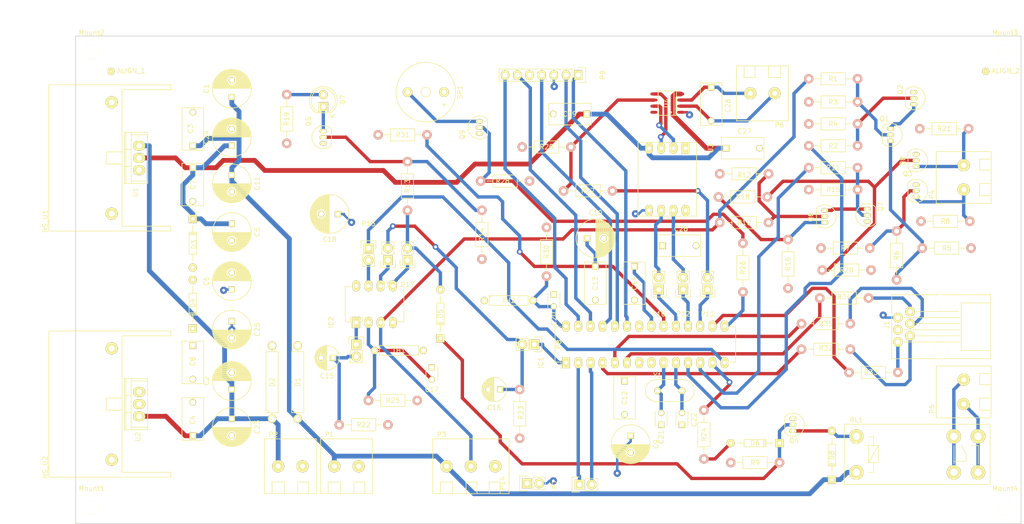
<source format=kicad_pcb>
(kicad_pcb (version 4) (host pcbnew no-vcs-found-product)
  (title_block (title "Oven Controller") (date 2016-08-27) (rev 1.0) (company "Robert Susmilch") (comment 1 "Clearances have been reduced for laser isolation track etching."))
  (layers (0 F.Cu signal) (31 B.Cu signal) (34 B.Paste user) (35 F.Paste user) (36 B.SilkS user) (37 F.SilkS user) (38 B.Mask user hide) (39 F.Mask user hide) (44 Edge.Cuts user))
  (net 0 "")
  (net 1 GND)
  (net 2 +12V)
  (net 3 +9V)
  (net 4 +3.3V)
  (net 5 +5V)
  (net 6 "Net-(C10-Pad1)")
  (net 7 "Net-(C14-Pad1)")
  (net 8 "Net-(C15-Pad1)")
  (net 9 328P_RESET)
  (net 10 85_THERM)
  (net 11 328P_THERMISTOR)
  (net 12 "Net-(C21-Pad2)")
  (net 13 "Net-(C22-Pad2)")
  (net 14 FAN_85)
  (net 15 "Net-(D5-Pad1)")
  (net 16 "Net-(D7-Pad1)")
  (net 17 "Net-(D7-Pad2)")
  (net 18 "Net-(D8-Pad2)")
  (net 19 "Net-(IC1-Pad1)")
  (net 20 "Net-(IC1-Pad2)")
  (net 21 "Net-(IC1-Pad3)")
  (net 22 /D_DATA)
  (net 23 /D_STB)
  (net 24 /D_CLK)
  (net 25 "Net-(IC1-Pad17)")
  (net 26 "Net-(IC1-Pad18)")
  (net 27 "Net-(IC1-Pad19)")
  (net 28 "Net-(IC2-Pad1)")
  (net 29 OVEN_EN)
  (net 30 "Net-(IC2-Pad5)")
  (net 31 "Net-(IC2-Pad6)")
  (net 32 "Net-(IC2-Pad7)")
  (net 33 BROIL_RELAY)
  (net 34 BAKE_RELAY)
  (net 35 "Net-(P10-Pad2)")
  (net 36 "Net-(P11-Pad2)")
  (net 37 "Net-(P12-Pad2)")
  (net 38 D_CS)
  (net 39 "Net-(Q1-Pad2)")
  (net 40 "Net-(Q1-Pad3)")
  (net 41 "Net-(Q1-Pad1)")
  (net 42 "Net-(Q2-Pad2)")
  (net 43 "Net-(Q3-Pad2)")
  (net 44 "Net-(Q5-Pad2)")
  (net 45 "Net-(Q6-Pad2)")
  (net 46 "Net-(Q6-Pad3)")
  (net 47 "Net-(Q6-Pad1)")
  (net 48 "Net-(Q7-Pad2)")
  (net 49 "Net-(Q8-Pad2)")
  (net 50 "Net-(Q9-Pad2)")
  (net 51 "Net-(Q9-Pad3)")
  (net 52 AUX_CS)
  (net 53 "Net-(J1-Pad1)")
  (net 54 "Net-(D6-Pad2)")
  (net 55 "Net-(P5-Pad1)")
  (net 56 "Net-(P5-Pad2)")
  (net 57 "Net-(IC1-Pad4)")
  (net 58 "Net-(IC1-Pad5)")
  (net 59 "Net-(IC1-Pad6)")
  (net 60 /BROIL_OUT)
  (net 61 /BAKE_OUT)
  (net 62 /FAN_328P)
  (net 63 /328P_HEARTBEAT)
  (net 64 /BUZZER_328P)
  (net 65 "Net-(IC1-Pad23)")
  (net 66 "Net-(IC1-Pad24)")
  (net 67 "Net-(IC1-Pad25)")
  (net 68 "Net-(IC1-Pad26)")
  (net 69 "Net-(IC1-Pad27)")
  (net 70 "Net-(C28-Pad1)")
  (net 71 "Net-(C28-Pad2)")
  (net 72 "Net-(U3-Pad2)")
  (net 73 "Net-(U3-Pad3)")
  (module Resistors_ThroughHole:Resistor_Horizontal_RM10mm (layer F.Cu) (at 137.16 139.446)
    (fp_text reference R25 (at 5.08 0) (layer F.SilkS))
    (fp_text value 10k)
    (pad 1 thru_hole circle (at 0 0) (size 1.99898 1.99898) (drill 1.00076) (layers *.Cu *.SilkS *.Mask) (net 10 85_THERM))
    (pad 2 thru_hole circle (at 10.16 0) (size 1.99898 1.99898) (drill 1.00076) (layers *.Cu *.SilkS *.Mask) (net 5 +5V))
  )
  (module Capacitors_ThroughHole:C_Disc_D3_P2.5 (layer F.Cu) (at 150.368 132.588 270)
    (fp_text reference C17 (at 4.572 0) (layer F.SilkS))
    (fp_text value 22pF)
    (pad 1 thru_hole rect (at 0 0 270) (size 1.3 1.3) (drill 0.8) (layers *.Cu *.Mask F.SilkS) (net 1 GND))
    (pad 2 thru_hole circle (at 2.5 0 270) (size 1.3 1.3) (drill 0.8001) (layers *.Cu *.Mask F.SilkS) (net 10 85_THERM))
  )
  (module Discret:R4 (layer F.Cu) (at 143.51 129.032 180)
    (fp_text reference TH1 (at 0 0 180) (layer F.SilkS))
    (fp_text value "10K THERM")
    (pad 1 thru_hole circle (at -5.08 0 180) (size 1.524 1.524) (drill 0.8128) (layers *.Cu *.Mask F.SilkS) (net 1 GND))
    (pad 2 thru_hole circle (at 5.08 0 180) (size 1.524 1.524) (drill 0.8128) (layers *.Cu *.Mask F.SilkS) (net 10 85_THERM))
  )
  (module Resistors_ThroughHole:Resistor_Horizontal_RM10mm (layer F.Cu) (at 131.064 144.526)
    (fp_text reference R22 (at 5.08 0) (layer F.SilkS))
    (fp_text value 10k)
    (pad 1 thru_hole circle (at 0 0) (size 1.99898 1.99898) (drill 1.00076) (layers *.Cu *.SilkS *.Mask) (net 8 "Net-(C15-Pad1)"))
    (pad 2 thru_hole circle (at 10.16 0) (size 1.99898 1.99898) (drill 1.00076) (layers *.Cu *.SilkS *.Mask) (net 5 +5V))
  )
  (module TO_SOT_Packages_THT:TO-92_Inline_Narrow_Oval (layer F.Cu) (at 160.274 83.82 90)
    (fp_text reference Q9 (at -0.254 -3.556 90) (layer F.SilkS))
    (fp_text value MPS2222A)
    (pad 2 thru_hole oval (at 1.27 0 270) (size 0.89916 1.50114) (drill 0.6) (layers *.Cu *.Mask F.SilkS) (net 50 "Net-(Q9-Pad2)"))
    (pad 3 thru_hole oval (at 2.54 0 270) (size 0.89916 1.50114) (drill 0.6) (layers *.Cu *.Mask F.SilkS) (net 51 "Net-(Q9-Pad3)"))
    (pad 1 thru_hole oval (at 0 0 270) (size 0.89916 1.50114) (drill 0.6) (layers *.Cu *.Mask F.SilkS) (net 1 GND))
  )
  (module Capacitors_ThroughHole:C_Disc_D3_P2.5 (layer F.Cu) (at 175.768 117.348 270)
    (fp_text reference C20 (at 5.08 0 270) (layer F.SilkS))
    (fp_text value 22pF)
    (pad 1 thru_hole rect (at 0 0 270) (size 1.3 1.3) (drill 0.8) (layers *.Cu *.Mask F.SilkS) (net 1 GND))
    (pad 2 thru_hole circle (at 2.5 0 270) (size 1.3 1.3) (drill 0.8001) (layers *.Cu *.Mask F.SilkS) (net 11 328P_THERMISTOR))
  )
  (module TO_SOT_Packages_THT:TO-92_Inline_Narrow_Oval (layer F.Cu) (at 127.762 85.852 90)
    (fp_text reference Q5 (at 4.572 -3.048 90) (layer F.SilkS))
    (fp_text value MPS2222A)
    (pad 2 thru_hole oval (at 1.27 0 270) (size 0.89916 1.50114) (drill 0.6) (layers *.Cu *.Mask F.SilkS) (net 44 "Net-(Q5-Pad2)"))
    (pad 3 thru_hole oval (at 2.54 0 270) (size 0.89916 1.50114) (drill 0.6) (layers *.Cu *.Mask F.SilkS) (net 16 "Net-(D7-Pad1)"))
    (pad 1 thru_hole oval (at 0 0 270) (size 0.89916 1.50114) (drill 0.6) (layers *.Cu *.Mask F.SilkS) (net 1 GND))
  )
  (module Personal:C_Disc_D5_P7 (layer F.Cu) (at 182.626 79.756 180)
    (fp_text reference C19 (at 3.556 0 180) (layer F.SilkS))
    (fp_text value 0.1uF)
    (pad 1 thru_hole rect (at 0 0 180) (size 1.4 1.4) (drill 0.9) (layers *.Cu *.Mask F.SilkS) (net 4 +3.3V))
    (pad 2 thru_hole circle (at 7 0 180) (size 1.4 1.4) (drill 0.9) (layers *.Cu *.Mask F.SilkS) (net 1 GND))
  )
  (module Resistors_ThroughHole:Resistor_Horizontal_RM10mm (layer F.Cu) (at 160.782 99.822 270)
    (fp_text reference R14 (at 5.08 0 270) (layer F.SilkS))
    (fp_text value 10k)
    (pad 1 thru_hole circle (at 0 0 270) (size 1.99898 1.99898) (drill 1.00076) (layers *.Cu *.SilkS *.Mask) (net 44 "Net-(Q5-Pad2)"))
    (pad 2 thru_hole circle (at 10.16 0 270) (size 1.99898 1.99898) (drill 1.00076) (layers *.Cu *.SilkS *.Mask) (net 1 GND))
  )
  (module Resistors_ThroughHole:Resistor_Horizontal_RM10mm (layer F.Cu) (at 145.288 99.822 90)
    (fp_text reference R13 (at 5.08 0 90) (layer F.SilkS))
    (fp_text value 4.7k)
    (pad 1 thru_hole circle (at 0 0 90) (size 1.99898 1.99898) (drill 1.00076) (layers *.Cu *.SilkS *.Mask) (net 14 FAN_85))
    (pad 2 thru_hole circle (at 10.16 0 90) (size 1.99898 1.99898) (drill 1.00076) (layers *.Cu *.SilkS *.Mask) (net 44 "Net-(Q5-Pad2)"))
  )
  (module Resistors_ThroughHole:Resistor_Horizontal_RM10mm (layer F.Cu) (at 160.528 93.726)
    (fp_text reference R28 (at 4.572 0) (layer F.SilkS))
    (fp_text value 10k)
    (pad 1 thru_hole circle (at 0 0) (size 1.99898 1.99898) (drill 1.00076) (layers *.Cu *.SilkS *.Mask) (net 50 "Net-(Q9-Pad2)"))
    (pad 2 thru_hole circle (at 10.16 0) (size 1.99898 1.99898) (drill 1.00076) (layers *.Cu *.SilkS *.Mask) (net 1 GND))
  )
  (module Resistors_ThroughHole:Resistor_Horizontal_RM10mm (layer F.Cu) (at 149.352 84.074 180)
    (fp_text reference R31 (at 5.08 0 180) (layer F.SilkS))
    (fp_text value 100)
    (pad 1 thru_hole circle (at 0 0 180) (size 1.99898 1.99898) (drill 1.00076) (layers *.Cu *.SilkS *.Mask) (net 6 "Net-(C10-Pad1)"))
    (pad 2 thru_hole circle (at 10.16 0 180) (size 1.99898 1.99898) (drill 1.00076) (layers *.Cu *.SilkS *.Mask) (net 5 +5V))
  )
  (module Personal:C_Disc_D5_P7 (layer F.Cu) (at 184.404 111.506 270)
    (fp_text reference C13 (at 3.556 0 270) (layer F.SilkS))
    (fp_text value 1nF)
    (pad 1 thru_hole rect (at 0 0 270) (size 1.4 1.4) (drill 0.9) (layers *.Cu *.Mask F.SilkS) (net 6 "Net-(C10-Pad1)"))
    (pad 2 thru_hole circle (at 7 0 270) (size 1.4 1.4) (drill 0.9) (layers *.Cu *.Mask F.SilkS) (net 1 GND))
  )
  (module Resistors_ThroughHole:Resistor_Horizontal_RM10mm (layer F.Cu) (at 215.138 106.68 270)
    (fp_text reference R26 (at 5.08 0 270) (layer F.SilkS))
    (fp_text value 4.7k)
    (pad 1 thru_hole circle (at 0 0 270) (size 1.99898 1.99898) (drill 1.00076) (layers *.Cu *.SilkS *.Mask) (net 50 "Net-(Q9-Pad2)"))
    (pad 2 thru_hole circle (at 10.16 0 270) (size 1.99898 1.99898) (drill 1.00076) (layers *.Cu *.SilkS *.Mask) (net 64 /BUZZER_328P))
  )
  (module Resistors_ThroughHole:Resistor_Horizontal_RM10mm (layer F.Cu) (at 169.164 86.614)
    (fp_text reference R29 (at 5.08 0) (layer F.SilkS))
    (fp_text value 3.4k)
    (pad 1 thru_hole circle (at 0 0) (size 1.99898 1.99898) (drill 1.00076) (layers *.Cu *.SilkS *.Mask) (net 1 GND))
    (pad 2 thru_hole circle (at 10.16 0) (size 1.99898 1.99898) (drill 1.00076) (layers *.Cu *.SilkS *.Mask) (net 38 D_CS))
  )
  (module Personal:C_Disc_D5_P7 (layer F.Cu) (at 192.532 111.506 270)
    (fp_text reference C14 (at 3.556 0 270) (layer F.SilkS))
    (fp_text value 1nF)
    (pad 1 thru_hole rect (at 0 0 270) (size 1.4 1.4) (drill 0.9) (layers *.Cu *.Mask F.SilkS) (net 7 "Net-(C14-Pad1)"))
    (pad 2 thru_hole circle (at 7 0 270) (size 1.4 1.4) (drill 0.9) (layers *.Cu *.Mask F.SilkS) (net 1 GND))
  )
  (module Resistors_ThroughHole:Resistor_Horizontal_RM10mm (layer F.Cu) (at 174.244 113.538 90)
    (fp_text reference R30 (at 5.08 0 90) (layer F.SilkS))
    (fp_text value 10k)
    (pad 1 thru_hole circle (at 0 0 90) (size 1.99898 1.99898) (drill 1.00076) (layers *.Cu *.SilkS *.Mask) (net 11 328P_THERMISTOR))
    (pad 2 thru_hole circle (at 10.16 0 90) (size 1.99898 1.99898) (drill 1.00076) (layers *.Cu *.SilkS *.Mask) (net 5 +5V))
  )
  (module Discret:R4 (layer F.Cu) (at 166.37 118.618)
    (fp_text reference TH2 (at 0 0) (layer F.SilkS))
    (fp_text value "10K THERM")
    (pad 1 thru_hole circle (at -5.08 0) (size 1.524 1.524) (drill 0.8128) (layers *.Cu *.Mask F.SilkS) (net 1 GND))
    (pad 2 thru_hole circle (at 5.08 0) (size 1.524 1.524) (drill 0.8128) (layers *.Cu *.Mask F.SilkS) (net 11 328P_THERMISTOR))
  )
  (module Diodes_ThroughHole:Diode_DO-35_SOD27_Horizontal_RM10 (layer F.Cu) (at 233.68 155.956 90)
    (fp_text reference D8 (at 5.08 0 90) (layer F.SilkS))
    (fp_text value 1N4004)
    (pad 2 thru_hole circle (at 10.16052 -0.00254 270) (size 1.69926 1.69926) (drill 0.70104) (layers *.Cu *.Mask F.SilkS) (net 18 "Net-(D8-Pad2)"))
    (pad 1 thru_hole rect (at 0.00052 -0.00254 270) (size 1.69926 1.69926) (drill 0.70104) (layers *.Cu *.Mask F.SilkS) (net 2 +12V))
  )
  (module TO_SOT_Packages_THT:TO-92_Inline_Narrow_Oval (layer F.Cu) (at 225.552 143.256 270)
    (fp_text reference Q4 (at 4.572 -0.254) (layer F.SilkS))
    (fp_text value MPS2222A)
    (pad 2 thru_hole oval (at 1.27 0 90) (size 0.89916 1.50114) (drill 0.6) (layers *.Cu *.Mask F.SilkS) (net 15 "Net-(D5-Pad1)"))
    (pad 3 thru_hole oval (at 2.54 0 90) (size 0.89916 1.50114) (drill 0.6) (layers *.Cu *.Mask F.SilkS) (net 18 "Net-(D8-Pad2)"))
    (pad 1 thru_hole oval (at 0 0 90) (size 0.89916 1.50114) (drill 0.6) (layers *.Cu *.Mask F.SilkS) (net 1 GND))
  )
  (module Resistors_ThroughHole:Resistor_Horizontal_RM10mm (layer F.Cu) (at 222.758 152.4 180)
    (fp_text reference R9 (at 5.08 0 180) (layer F.SilkS))
    (fp_text value 10k)
    (pad 1 thru_hole circle (at 0 0 180) (size 1.99898 1.99898) (drill 1.00076) (layers *.Cu *.SilkS *.Mask) (net 15 "Net-(D5-Pad1)"))
    (pad 2 thru_hole circle (at 10.16 0 180) (size 1.99898 1.99898) (drill 1.00076) (layers *.Cu *.SilkS *.Mask) (net 1 GND))
  )
  (module Resistors_ThroughHole:Resistor_Horizontal_RM10mm (layer F.Cu) (at 239.014 81.788 180)
    (fp_text reference R4 (at 5.08 0 180) (layer F.SilkS))
    (fp_text value 10k)
    (pad 1 thru_hole circle (at 0 0 180) (size 1.99898 1.99898) (drill 1.00076) (layers *.Cu *.SilkS *.Mask) (net 42 "Net-(Q2-Pad2)"))
    (pad 2 thru_hole circle (at 10.16 0 180) (size 1.99898 1.99898) (drill 1.00076) (layers *.Cu *.SilkS *.Mask) (net 1 GND))
  )
  (module Resistors_ThroughHole:Resistor_Horizontal_RM10mm (layer F.Cu) (at 239.014 72.39 180)
    (fp_text reference R1 (at 5.08 0 180) (layer F.SilkS))
    (fp_text value 4.7k)
    (pad 1 thru_hole circle (at 0 0 180) (size 1.99898 1.99898) (drill 1.00076) (layers *.Cu *.SilkS *.Mask) (net 39 "Net-(Q1-Pad2)"))
    (pad 2 thru_hole circle (at 10.16 0 180) (size 1.99898 1.99898) (drill 1.00076) (layers *.Cu *.SilkS *.Mask) (net 29 OVEN_EN))
  )
  (module Personal:C_Disc_D5_P7 (layer F.Cu) (at 190.5 135.382 270)
    (fp_text reference C12 (at 3.556 0 270) (layer F.SilkS))
    (fp_text value 1nF)
    (pad 1 thru_hole rect (at 0 0 270) (size 1.4 1.4) (drill 0.9) (layers *.Cu *.Mask F.SilkS) (net 5 +5V))
    (pad 2 thru_hole circle (at 7 0 270) (size 1.4 1.4) (drill 0.9) (layers *.Cu *.Mask F.SilkS) (net 1 GND))
  )
  (module Capacitors_ThroughHole:C_Disc_D3_P2.5 (layer F.Cu) (at 202.438 144.526 90)
    (fp_text reference C22 (at 1.016 2.54 90) (layer F.SilkS))
    (fp_text value 22pF)
    (pad 1 thru_hole rect (at 0 0 90) (size 1.3 1.3) (drill 0.8) (layers *.Cu *.Mask F.SilkS) (net 1 GND))
    (pad 2 thru_hole circle (at 2.5 0 90) (size 1.3 1.3) (drill 0.8001) (layers *.Cu *.Mask F.SilkS) (net 13 "Net-(C22-Pad2)"))
  )
  (module Capacitors_ThroughHole:C_Disc_D3_P2.5 (layer F.Cu) (at 198.12 144.526 90)
    (fp_text reference C21 (at -2.54 0 90) (layer F.SilkS))
    (fp_text value 22pF)
    (pad 1 thru_hole rect (at 0 0 90) (size 1.3 1.3) (drill 0.8) (layers *.Cu *.Mask F.SilkS) (net 1 GND))
    (pad 2 thru_hole circle (at 2.5 0 90) (size 1.3 1.3) (drill 0.8001) (layers *.Cu *.Mask F.SilkS) (net 12 "Net-(C21-Pad2)"))
  )
  (module Resistors_ThroughHole:Resistor_Horizontal_RM10mm (layer F.Cu) (at 241.554 107.696 180)
    (fp_text reference R7 (at 5.08 0 180) (layer F.SilkS))
    (fp_text value 10k)
    (pad 1 thru_hole circle (at 0 0 180) (size 1.99898 1.99898) (drill 1.00076) (layers *.Cu *.SilkS *.Mask) (net 43 "Net-(Q3-Pad2)"))
    (pad 2 thru_hole circle (at 10.16 0 180) (size 1.99898 1.99898) (drill 1.00076) (layers *.Cu *.SilkS *.Mask) (net 1 GND))
  )
  (module TO_SOT_Packages_THT:TO-92_Inline_Narrow_Oval (layer F.Cu) (at 250.698 75.184 270)
    (fp_text reference Q2 (at -0.508 2.794 90) (layer F.SilkS))
    (fp_text value MPS2222A)
    (pad 2 thru_hole oval (at 1.27 0 90) (size 0.89916 1.50114) (drill 0.6) (layers *.Cu *.Mask F.SilkS) (net 42 "Net-(Q2-Pad2)"))
    (pad 3 thru_hole oval (at 2.54 0 90) (size 0.89916 1.50114) (drill 0.6) (layers *.Cu *.Mask F.SilkS) (net 41 "Net-(Q1-Pad1)"))
    (pad 1 thru_hole oval (at 0 0 90) (size 0.89916 1.50114) (drill 0.6) (layers *.Cu *.Mask F.SilkS) (net 1 GND))
  )
  (module TO_SOT_Packages_THT:TO-92_Inline_Narrow_Oval (layer F.Cu) (at 251.206 94.488 270)
    (fp_text reference Q3 (at -2.286 1.778) (layer F.SilkS))
    (fp_text value MPS2222A)
    (pad 2 thru_hole oval (at 1.27 0 90) (size 0.89916 1.50114) (drill 0.6) (layers *.Cu *.Mask F.SilkS) (net 43 "Net-(Q3-Pad2)"))
    (pad 3 thru_hole oval (at 2.54 0 90) (size 0.89916 1.50114) (drill 0.6) (layers *.Cu *.Mask F.SilkS) (net 33 BROIL_RELAY))
    (pad 1 thru_hole oval (at 0 0 90) (size 0.89916 1.50114) (drill 0.6) (layers *.Cu *.Mask F.SilkS) (net 1 GND))
  )
  (module Resistors_ThroughHole:Resistor_Horizontal_RM10mm (layer F.Cu) (at 262.382 102.108 180)
    (fp_text reference R8 (at 5.08 0 180) (layer F.SilkS))
    (fp_text value 4.7k)
    (pad 1 thru_hole circle (at 0 0 180) (size 1.99898 1.99898) (drill 1.00076) (layers *.Cu *.SilkS *.Mask) (net 33 BROIL_RELAY))
    (pad 2 thru_hole circle (at 10.16 0 180) (size 1.99898 1.99898) (drill 1.00076) (layers *.Cu *.SilkS *.Mask) (net 5 +5V))
  )
  (module Resistors_ThroughHole:Resistor_Horizontal_RM10mm (layer F.Cu) (at 239.014 77.216 180)
    (fp_text reference R3 (at 5.08 0 180) (layer F.SilkS))
    (fp_text value 10k)
    (pad 1 thru_hole circle (at 0 0 180) (size 1.99898 1.99898) (drill 1.00076) (layers *.Cu *.SilkS *.Mask) (net 39 "Net-(Q1-Pad2)"))
    (pad 2 thru_hole circle (at 10.16 0 180) (size 1.99898 1.99898) (drill 1.00076) (layers *.Cu *.SilkS *.Mask) (net 1 GND))
  )
  (module Resistors_ThroughHole:Resistor_Horizontal_RM10mm (layer F.Cu) (at 247.142 104.14 270)
    (fp_text reference R6 (at 5.08 0 270) (layer F.SilkS))
    (fp_text value 4.7k)
    (pad 1 thru_hole circle (at 0 0 270) (size 1.99898 1.99898) (drill 1.00076) (layers *.Cu *.SilkS *.Mask) (net 43 "Net-(Q3-Pad2)"))
    (pad 2 thru_hole circle (at 10.16 0 270) (size 1.99898 1.99898) (drill 1.00076) (layers *.Cu *.SilkS *.Mask) (net 40 "Net-(Q1-Pad3)"))
  )
  (module Resistors_ThroughHole:Resistor_Horizontal_RM10mm (layer F.Cu) (at 239.014 90.932 180)
    (fp_text reference R11 (at 5.08 0 180) (layer F.SilkS))
    (fp_text value 4.7k)
    (pad 1 thru_hole circle (at 0 0 180) (size 1.99898 1.99898) (drill 1.00076) (layers *.Cu *.SilkS *.Mask) (net 48 "Net-(Q7-Pad2)"))
    (pad 2 thru_hole circle (at 10.16 0 180) (size 1.99898 1.99898) (drill 1.00076) (layers *.Cu *.SilkS *.Mask) (net 61 /BAKE_OUT))
  )
  (module Resistors_ThroughHole:Resistor_Horizontal_RM10mm (layer F.Cu) (at 231.14 118.11)
    (fp_text reference R34 (at 5.08 -0.254) (layer F.SilkS))
    (fp_text value 150)
    (pad 1 thru_hole circle (at 0 0) (size 1.99898 1.99898) (drill 1.00076) (layers *.Cu *.SilkS *.Mask) (net 59 "Net-(IC1-Pad6)"))
    (pad 2 thru_hole circle (at 10.16 0) (size 1.99898 1.99898) (drill 1.00076) (layers *.Cu *.SilkS *.Mask) (net 24 /D_CLK))
  )
  (module Resistors_ThroughHole:Resistor_Horizontal_RM10mm (layer F.Cu) (at 220.218 97.028 180)
    (fp_text reference R18 (at 5.08 0 180) (layer F.SilkS))
    (fp_text value 4.7k)
    (pad 1 thru_hole circle (at 0 0 180) (size 1.99898 1.99898) (drill 1.00076) (layers *.Cu *.SilkS *.Mask) (net 49 "Net-(Q8-Pad2)"))
    (pad 2 thru_hole circle (at 10.16 0 180) (size 1.99898 1.99898) (drill 1.00076) (layers *.Cu *.SilkS *.Mask) (net 46 "Net-(Q6-Pad3)"))
  )
  (module Resistors_ThroughHole:Resistor_Horizontal_RM10mm (layer F.Cu) (at 220.472 102.362 180)
    (fp_text reference R10 (at 5.08 0 180) (layer F.SilkS))
    (fp_text value 4.7k)
    (pad 1 thru_hole circle (at 0 0 180) (size 1.99898 1.99898) (drill 1.00076) (layers *.Cu *.SilkS *.Mask) (net 45 "Net-(Q6-Pad2)"))
    (pad 2 thru_hole circle (at 10.16 0 180) (size 1.99898 1.99898) (drill 1.00076) (layers *.Cu *.SilkS *.Mask) (net 29 OVEN_EN))
  )
  (module Resistors_ThroughHole:Resistor_Horizontal_RM10mm (layer F.Cu) (at 187.96 95.758 180)
    (fp_text reference R27 (at 5.08 0 180) (layer F.SilkS))
    (fp_text value 2.15k)
    (pad 1 thru_hole circle (at 0 0 180) (size 1.99898 1.99898) (drill 1.00076) (layers *.Cu *.SilkS *.Mask) (net 36 "Net-(P11-Pad2)"))
    (pad 2 thru_hole circle (at 10.16 0 180) (size 1.99898 1.99898) (drill 1.00076) (layers *.Cu *.SilkS *.Mask) (net 38 D_CS))
  )
  (module Resistors_ThroughHole:Resistor_Horizontal_RM10mm (layer F.Cu) (at 220.472 92.202 180)
    (fp_text reference R12 (at 5.08 -0.254 180) (layer F.SilkS))
    (fp_text value 10k)
    (pad 1 thru_hole circle (at 0 0 180) (size 1.99898 1.99898) (drill 1.00076) (layers *.Cu *.SilkS *.Mask) (net 45 "Net-(Q6-Pad2)"))
    (pad 2 thru_hole circle (at 10.16 0 180) (size 1.99898 1.99898) (drill 1.00076) (layers *.Cu *.SilkS *.Mask) (net 1 GND))
  )
  (module Resistors_ThroughHole:Resistor_Horizontal_RM10mm (layer F.Cu) (at 224.536 116.078 90)
    (fp_text reference R16 (at 5.08 0 90) (layer F.SilkS))
    (fp_text value 4.7k)
    (pad 1 thru_hole circle (at 0 0 90) (size 1.99898 1.99898) (drill 1.00076) (layers *.Cu *.SilkS *.Mask) (net 5 +5V))
    (pad 2 thru_hole circle (at 10.16 0 90) (size 1.99898 1.99898) (drill 1.00076) (layers *.Cu *.SilkS *.Mask) (net 46 "Net-(Q6-Pad3)"))
  )
  (module Resistors_ThroughHole:Resistor_Horizontal_RM10mm (layer F.Cu) (at 231.648 112.268)
    (fp_text reference R20 (at 5.08 0) (layer F.SilkS))
    (fp_text value 10k)
    (pad 1 thru_hole circle (at 0 0) (size 1.99898 1.99898) (drill 1.00076) (layers *.Cu *.SilkS *.Mask) (net 49 "Net-(Q8-Pad2)"))
    (pad 2 thru_hole circle (at 10.16 0) (size 1.99898 1.99898) (drill 1.00076) (layers *.Cu *.SilkS *.Mask) (net 1 GND))
  )
  (module TO_SOT_Packages_THT:TO-92_Inline_Narrow_Oval (layer F.Cu) (at 241.046 102.108 90)
    (fp_text reference Q7 (at 3.048 2.794 90) (layer F.SilkS))
    (fp_text value MPS2222A)
    (pad 2 thru_hole oval (at 1.27 0 270) (size 0.89916 1.50114) (drill 0.6) (layers *.Cu *.Mask F.SilkS) (net 48 "Net-(Q7-Pad2)"))
    (pad 3 thru_hole oval (at 2.54 0 270) (size 0.89916 1.50114) (drill 0.6) (layers *.Cu *.Mask F.SilkS) (net 47 "Net-(Q6-Pad1)"))
    (pad 1 thru_hole oval (at 0 0 270) (size 0.89916 1.50114) (drill 0.6) (layers *.Cu *.Mask F.SilkS) (net 1 GND))
  )
  (module TO_SOT_Packages_THT:TO-92_Inline_Narrow_Oval (layer F.Cu) (at 232.156 99.822 270)
    (fp_text reference Q6 (at 1.397 2.921 270) (layer F.SilkS))
    (fp_text value MPS2222A)
    (pad 2 thru_hole oval (at 1.27 0 90) (size 0.89916 1.50114) (drill 0.6) (layers *.Cu *.Mask F.SilkS) (net 45 "Net-(Q6-Pad2)"))
    (pad 3 thru_hole oval (at 2.54 0 90) (size 0.89916 1.50114) (drill 0.6) (layers *.Cu *.Mask F.SilkS) (net 46 "Net-(Q6-Pad3)"))
    (pad 1 thru_hole oval (at 0 0 90) (size 0.89916 1.50114) (drill 0.6) (layers *.Cu *.Mask F.SilkS) (net 47 "Net-(Q6-Pad1)"))
  )
  (module Resistors_ThroughHole:Resistor_Horizontal_RM10mm (layer F.Cu) (at 262.128 82.804 180)
    (fp_text reference R21 (at 5.08 0 180) (layer F.SilkS))
    (fp_text value 4.7k)
    (pad 1 thru_hole circle (at 0 0 180) (size 1.99898 1.99898) (drill 1.00076) (layers *.Cu *.SilkS *.Mask) (net 34 BAKE_RELAY))
    (pad 2 thru_hole circle (at 10.16 0 180) (size 1.99898 1.99898) (drill 1.00076) (layers *.Cu *.SilkS *.Mask) (net 5 +5V))
  )
  (module Resistors_ThroughHole:Resistor_Horizontal_RM10mm (layer F.Cu) (at 239.014 95.504 180)
    (fp_text reference R15 (at 5.08 0 180) (layer F.SilkS))
    (fp_text value 10k)
    (pad 1 thru_hole circle (at 0 0 180) (size 1.99898 1.99898) (drill 1.00076) (layers *.Cu *.SilkS *.Mask) (net 48 "Net-(Q7-Pad2)"))
    (pad 2 thru_hole circle (at 10.16 0 180) (size 1.99898 1.99898) (drill 1.00076) (layers *.Cu *.SilkS *.Mask) (net 1 GND))
  )
  (module TO_SOT_Packages_THT:TO-92_Inline_Narrow_Oval (layer F.Cu) (at 251.206 88.138 270)
    (fp_text reference Q8 (at 1.397 2.794 270) (layer F.SilkS))
    (fp_text value MPS2222A)
    (pad 2 thru_hole oval (at 1.27 0 90) (size 0.89916 1.50114) (drill 0.6) (layers *.Cu *.Mask F.SilkS) (net 49 "Net-(Q8-Pad2)"))
    (pad 3 thru_hole oval (at 2.54 0 90) (size 0.89916 1.50114) (drill 0.6) (layers *.Cu *.Mask F.SilkS) (net 34 BAKE_RELAY))
    (pad 1 thru_hole oval (at 0 0 90) (size 0.89916 1.50114) (drill 0.6) (layers *.Cu *.Mask F.SilkS) (net 1 GND))
  )
  (module TO_SOT_Packages_THT:TO-92_Inline_Narrow_Oval (layer F.Cu) (at 245.872 82.804 270)
    (fp_text reference Q1 (at -2.032 1.27) (layer F.SilkS))
    (fp_text value MPS2222A)
    (pad 2 thru_hole oval (at 1.27 0 90) (size 0.89916 1.50114) (drill 0.6) (layers *.Cu *.Mask F.SilkS) (net 39 "Net-(Q1-Pad2)"))
    (pad 3 thru_hole oval (at 2.54 0 90) (size 0.89916 1.50114) (drill 0.6) (layers *.Cu *.Mask F.SilkS) (net 40 "Net-(Q1-Pad3)"))
    (pad 1 thru_hole oval (at 0 0 90) (size 0.89916 1.50114) (drill 0.6) (layers *.Cu *.Mask F.SilkS) (net 41 "Net-(Q1-Pad1)"))
  )
  (module Resistors_ThroughHole:Resistor_Horizontal_RM10mm (layer F.Cu) (at 227.33 123.444)
    (fp_text reference R35 (at 5.08 0) (layer F.SilkS))
    (fp_text value 150)
    (pad 1 thru_hole circle (at 0 0) (size 1.99898 1.99898) (drill 1.00076) (layers *.Cu *.SilkS *.Mask) (net 58 "Net-(IC1-Pad5)"))
    (pad 2 thru_hole circle (at 10.16 0) (size 1.99898 1.99898) (drill 1.00076) (layers *.Cu *.SilkS *.Mask) (net 23 /D_STB))
  )
  (module Resistors_ThroughHole:Resistor_Horizontal_RM10mm (layer F.Cu) (at 237.236 133.604)
    (fp_text reference R33 (at 4.572 0) (layer F.SilkS))
    (fp_text value 150)
    (pad 1 thru_hole circle (at 0 0) (size 1.99898 1.99898) (drill 1.00076) (layers *.Cu *.SilkS *.Mask) (net 52 AUX_CS))
    (pad 2 thru_hole circle (at 10.16 0) (size 1.99898 1.99898) (drill 1.00076) (layers *.Cu *.SilkS *.Mask) (net 53 "Net-(J1-Pad1)"))
  )
  (module Resistors_ThroughHole:Resistor_Horizontal_RM10mm (layer F.Cu) (at 227.33 128.778)
    (fp_text reference R32 (at 5.08 -0.254) (layer F.SilkS))
    (fp_text value 150)
    (pad 1 thru_hole circle (at 0 0) (size 1.99898 1.99898) (drill 1.00076) (layers *.Cu *.SilkS *.Mask) (net 57 "Net-(IC1-Pad4)"))
    (pad 2 thru_hole circle (at 10.16 0) (size 1.99898 1.99898) (drill 1.00076) (layers *.Cu *.SilkS *.Mask) (net 22 /D_DATA))
  )
  (module Resistors_ThroughHole:Resistor_Horizontal_RM10mm (layer F.Cu) (at 262.636 107.696 180)
    (fp_text reference R5 (at 5.08 0 180) (layer F.SilkS))
    (fp_text value 4.7k)
    (pad 1 thru_hole circle (at 0 0 180) (size 1.99898 1.99898) (drill 1.00076) (layers *.Cu *.SilkS *.Mask) (net 5 +5V))
    (pad 2 thru_hole circle (at 10.16 0 180) (size 1.99898 1.99898) (drill 1.00076) (layers *.Cu *.SilkS *.Mask) (net 40 "Net-(Q1-Pad3)"))
  )
  (module Resistors_ThroughHole:Resistor_Horizontal_RM10mm (layer F.Cu) (at 239.014 86.36 180)
    (fp_text reference R2 (at 5.08 0 180) (layer F.SilkS))
    (fp_text value 4.7k)
    (pad 1 thru_hole circle (at 0 0 180) (size 1.99898 1.99898) (drill 1.00076) (layers *.Cu *.SilkS *.Mask) (net 42 "Net-(Q2-Pad2)"))
    (pad 2 thru_hole circle (at 10.16 0 180) (size 1.99898 1.99898) (drill 1.00076) (layers *.Cu *.SilkS *.Mask) (net 60 /BROIL_OUT))
  )
  (module Personal:C_Disc_D5_P7 (layer F.Cu) (at 100.584 146.812 90)
    (fp_text reference C4 (at 3.302 0 90) (layer F.SilkS))
    (fp_text value 1nF)
    (pad 1 thru_hole rect (at 0 0 90) (size 1.4 1.4) (drill 0.9) (layers *.Cu *.Mask F.SilkS) (net 3 +9V))
    (pad 2 thru_hole circle (at 7 0 90) (size 1.4 1.4) (drill 0.9) (layers *.Cu *.Mask F.SilkS) (net 1 GND))
  )
  (module Diodes_ThroughHole:Diode_DO-35_SOD27_Horizontal_RM10 (layer F.Cu) (at 100.584 101.6 270)
    (fp_text reference D3 (at 5.334 -0.254 270) (layer F.SilkS))
    (fp_text value 1N4729A)
    (pad 2 thru_hole circle (at 10.16052 -0.00254 90) (size 1.69926 1.69926) (drill 0.70104) (layers *.Cu *.Mask F.SilkS) (net 1 GND))
    (pad 1 thru_hole rect (at 0.00052 -0.00254 90) (size 1.69926 1.69926) (drill 0.70104) (layers *.Cu *.Mask F.SilkS) (net 4 +3.3V))
  )
  (module Diodes_ThroughHole:Diode_DO-35_SOD27_Horizontal_RM10 (layer F.Cu) (at 100.584 124.46 90)
    (fp_text reference D4 (at 5.334 0 90) (layer F.SilkS))
    (fp_text value 1N4734A)
    (pad 2 thru_hole circle (at 10.16052 -0.00254 270) (size 1.69926 1.69926) (drill 0.70104) (layers *.Cu *.Mask F.SilkS) (net 1 GND))
    (pad 1 thru_hole rect (at 0.00052 -0.00254 270) (size 1.69926 1.69926) (drill 0.70104) (layers *.Cu *.Mask F.SilkS) (net 5 +5V))
  )
  (module Personal:C_Disc_D5_P7 (layer F.Cu) (at 100.584 128.016 270)
    (fp_text reference C8 (at 3.302 0 270) (layer F.SilkS))
    (fp_text value 1nF)
    (pad 1 thru_hole rect (at 0 0 270) (size 1.4 1.4) (drill 0.9) (layers *.Cu *.Mask F.SilkS) (net 5 +5V))
    (pad 2 thru_hole circle (at 7 0 270) (size 1.4 1.4) (drill 0.9) (layers *.Cu *.Mask F.SilkS) (net 1 GND))
  )
  (module Power_Integrations:TO-220 (layer F.Cu) (at 89.408 140.208 90)
    (fp_text reference U2 (at -6.858 -0.254 90) (layer F.SilkS))
    (fp_text value LM7805CT)
    (pad 2 thru_hole oval (at 0 0 90) (size 2.032 2.54) (drill 1.143) (layers *.Cu *.Mask F.SilkS) (net 1 GND))
    (pad 3 thru_hole oval (at 2.54 0 90) (size 2.032 2.54) (drill 1.143) (layers *.Cu *.Mask F.SilkS) (net 5 +5V))
    (pad 1 thru_hole oval (at -2.54 0 90) (size 2.032 2.54) (drill 1.143) (layers *.Cu *.Mask F.SilkS) (net 3 +9V))
  )
  (module Personal:TO220_Silver_Heatsink (layer F.Cu) (at 85.852 140.208 90)
    (fp_text reference HS_U2 (at -13.208 -16.002 90) (layer F.SilkS))
    (fp_text value "TO220 Silver Heatsink")
    (pad "" np_thru_hole circle (at 11.6078 -2.159 90) (size 2.54 2.54) (drill 1.27) (layers *.Cu *.Mask F.SilkS))
    (pad "" np_thru_hole circle (at -11.6078 -2.159 90) (size 2.54 2.54) (drill 1.27) (layers *.Cu *.Mask F.SilkS))
  )
  (module Resistors_ThroughHole:Resistor_Horizontal_RM10mm (layer F.Cu) (at 207.01 151.638 90)
    (fp_text reference R24 (at 5.08 0 90) (layer F.SilkS))
    (fp_text value 4.7k)
    (pad 1 thru_hole circle (at 0 0 90) (size 1.99898 1.99898) (drill 1.00076) (layers *.Cu *.SilkS *.Mask) (net 54 "Net-(D6-Pad2)"))
    (pad 2 thru_hole circle (at 10.16 0 90) (size 1.99898 1.99898) (drill 1.00076) (layers *.Cu *.SilkS *.Mask) (net 62 /FAN_328P))
  )
  (module Resistors_ThroughHole:Resistor_Horizontal_RM10mm (layer F.Cu) (at 168.656 147.32 90)
    (fp_text reference R23 (at 5.334 0.254 90) (layer F.SilkS))
    (fp_text value 10k)
    (pad 1 thru_hole circle (at 0 0 90) (size 1.99898 1.99898) (drill 1.00076) (layers *.Cu *.SilkS *.Mask) (net 5 +5V))
    (pad 2 thru_hole circle (at 10.16 0 90) (size 1.99898 1.99898) (drill 1.00076) (layers *.Cu *.SilkS *.Mask) (net 9 328P_RESET))
  )
  (module Diodes_ThroughHole:Diode_DO-35_SOD27_Horizontal_RM10 (layer F.Cu) (at 152.146 126.492 90)
    (fp_text reference D5 (at 5.08 0 90) (layer F.SilkS))
    (fp_text value 1N4004)
    (pad 2 thru_hole circle (at 10.16052 -0.00254 270) (size 1.69926 1.69926) (drill 0.70104) (layers *.Cu *.Mask F.SilkS) (net 14 FAN_85))
    (pad 1 thru_hole rect (at 0.00052 -0.00254 270) (size 1.69926 1.69926) (drill 0.70104) (layers *.Cu *.Mask F.SilkS) (net 15 "Net-(D5-Pad1)"))
  )
  (module Diodes_ThroughHole:Diode_DO-35_SOD27_Horizontal_RM10 (layer F.Cu) (at 222.758 148.336 180)
    (fp_text reference D6 (at 5.08 0 180) (layer F.SilkS))
    (fp_text value 1N4004)
    (pad 2 thru_hole circle (at 10.16052 -0.00254) (size 1.69926 1.69926) (drill 0.70104) (layers *.Cu *.Mask F.SilkS) (net 54 "Net-(D6-Pad2)"))
    (pad 1 thru_hole rect (at 0.00052 -0.00254) (size 1.69926 1.69926) (drill 0.70104) (layers *.Cu *.Mask F.SilkS) (net 15 "Net-(D5-Pad1)"))
  )
  (module Resistors_ThroughHole:Resistor_Horizontal_RM10mm (layer F.Cu) (at 120.142 85.852 90)
    (fp_text reference R19 (at 5.08 0 90) (layer F.SilkS))
    (fp_text value 220)
    (pad 1 thru_hole circle (at 0 0 90) (size 1.99898 1.99898) (drill 1.00076) (layers *.Cu *.SilkS *.Mask) (net 5 +5V))
    (pad 2 thru_hole circle (at 10.16 0 90) (size 1.99898 1.99898) (drill 1.00076) (layers *.Cu *.SilkS *.Mask) (net 17 "Net-(D7-Pad2)"))
  )
  (module Discret:R6 (layer F.Cu) (at 122.428 135.636 90)
    (fp_text reference D1 (at 0 0 90) (layer F.SilkS))
    (fp_text value 5KP18CA-TP)
    (pad 1 thru_hole circle (at -7.62 0 90) (size 1.778 1.778) (drill 1.143) (layers *.Cu *.Mask F.SilkS) (net 2 +12V))
    (pad 2 thru_hole circle (at 7.62 0 90) (size 1.778 1.778) (drill 1.143) (layers *.Cu *.Mask F.SilkS) (net 1 GND))
  )
  (module Buzzers_Beepers:Buzzer_12x9.5RM7.6 (layer F.Cu) (at 149.10816 75.184 180)
    (fp_text reference SP1 (at -7.112 0 -90) (layer F.SilkS))
    (fp_text value SPEAKER)
    (fp_text user + (at -3.81 -2.54 180) (layer F.SilkS))
    (pad 1 thru_hole circle (at -3.79984 0 180) (size 2 2) (drill 1.00076) (layers *.Cu *.Mask F.SilkS) (net 5 +5V))
    (pad 2 thru_hole circle (at 3.79984 0 180) (size 2 2) (drill 1.00076) (layers *.Cu *.Mask F.SilkS) (net 51 "Net-(Q9-Pad3)"))
  )
  (module Personal:C_Disc_D5_P7 (layer F.Cu) (at 100.584 86.36 90)
    (fp_text reference C3 (at 3.556 -0.508 90) (layer F.SilkS))
    (fp_text value 1nF)
    (pad 1 thru_hole rect (at 0 0 90) (size 1.4 1.4) (drill 0.9) (layers *.Cu *.Mask F.SilkS) (net 2 +12V))
    (pad 2 thru_hole circle (at 7 0 90) (size 1.4 1.4) (drill 0.9) (layers *.Cu *.Mask F.SilkS) (net 1 GND))
  )
  (module Personal:C_Disc_D5_P7 (layer F.Cu) (at 100.584 90.932 270)
    (fp_text reference C7 (at 3.556 0 270) (layer F.SilkS))
    (fp_text value 1nF)
    (pad 1 thru_hole rect (at 0 0 270) (size 1.4 1.4) (drill 0.9) (layers *.Cu *.Mask F.SilkS) (net 4 +3.3V))
    (pad 2 thru_hole circle (at 7 0 270) (size 1.4 1.4) (drill 0.9) (layers *.Cu *.Mask F.SilkS) (net 1 GND))
  )
  (module Power_Integrations:TO-220 (layer F.Cu) (at 89.408 88.9 90)
    (fp_text reference U1 (at -7.112 -0.762 90) (layer F.SilkS))
    (fp_text value LD1117V33)
    (pad 2 thru_hole oval (at 0 0 90) (size 2.032 2.54) (drill 1.143) (layers *.Cu *.Mask F.SilkS) (net 4 +3.3V))
    (pad 3 thru_hole oval (at 2.54 0 90) (size 2.032 2.54) (drill 1.143) (layers *.Cu *.Mask F.SilkS) (net 3 +9V))
    (pad 1 thru_hole oval (at -2.54 0 90) (size 2.032 2.54) (drill 1.143) (layers *.Cu *.Mask F.SilkS) (net 1 GND))
  )
  (module Personal:TO220_Silver_Heatsink (layer F.Cu) (at 85.852 88.9 90)
    (fp_text reference HS_U1 (at -13.208 -16.002 90) (layer F.SilkS))
    (fp_text value "TO220 Silver Heatsink")
    (pad "" np_thru_hole circle (at 11.6078 -2.159 90) (size 2.54 2.54) (drill 1.27) (layers *.Cu *.Mask F.SilkS))
    (pad "" np_thru_hole circle (at -11.6078 -2.159 90) (size 2.54 2.54) (drill 1.27) (layers *.Cu *.Mask F.SilkS))
  )
  (module Discret:R6 (layer F.Cu) (at 117.094 135.636 90)
    (fp_text reference D2 (at 0 0 90) (layer F.SilkS))
    (fp_text value 5KP18CA-TP)
    (pad 1 thru_hole circle (at -7.62 0 90) (size 1.778 1.778) (drill 1.143) (layers *.Cu *.Mask F.SilkS) (net 3 +9V))
    (pad 2 thru_hole circle (at 7.62 0 90) (size 1.778 1.778) (drill 1.143) (layers *.Cu *.Mask F.SilkS) (net 1 GND))
  )
  (module Mounting_Holes:MountingHole_3mm (layer F.Cu) (at 79.502 161.798)
    (fp_text reference Mount1 (at 0 -4) (layer F.SilkS))
    (fp_text value MountingHole_3mm)
    (pad 1 np_thru_hole circle (at 0 0) (size 3 3) (drill 3) (layers *.Cu *.Mask F.SilkS))
  )
  (module Mounting_Holes:MountingHole_3mm (layer F.Cu) (at 79.502 66.802)
    (fp_text reference Mount2 (at 0 -4) (layer F.SilkS))
    (fp_text value MountingHole_3mm)
    (pad 1 np_thru_hole circle (at 0 0) (size 3 3) (drill 3) (layers *.Cu *.Mask F.SilkS))
  )
  (module Mounting_Holes:MountingHole_3mm (layer F.Cu) (at 269.748 161.798)
    (fp_text reference Mount4 (at 0 -4) (layer F.SilkS))
    (fp_text value MountingHole_3mm)
    (pad 1 np_thru_hole circle (at 0 0) (size 3 3) (drill 3) (layers *.Cu *.Mask F.SilkS))
  )
  (module Mounting_Holes:MountingHole_3mm (layer F.Cu) (at 269.748 66.802)
    (fp_text reference Mount3 (at 0 -4) (layer F.SilkS))
    (fp_text value MountingHole_3mm)
    (pad 1 np_thru_hole circle (at 0 0) (size 3 3) (drill 3) (layers *.Cu *.Mask F.SilkS))
  )
  (module Personal:C_Disc_D5_P7 (layer F.Cu) (at 198.374 107.188)
    (fp_text reference C26 (at 3.875 -3.5) (layer F.SilkS))
    (fp_text value 1nF)
    (pad 1 thru_hole rect (at 0 0) (size 1.4 1.4) (drill 0.9) (layers *.Cu *.Mask F.SilkS) (net 1 GND))
    (pad 2 thru_hole circle (at 7 0) (size 1.4 1.4) (drill 0.9) (layers *.Cu *.Mask F.SilkS) (net 5 +5V))
  )
  (module Personal:C_Disc_D5_P7 (layer F.Cu) (at 211.582 86.868)
    (fp_text reference C27 (at 3.875 -3.5) (layer F.SilkS))
    (fp_text value 1nF)
    (pad 1 thru_hole rect (at 0 0) (size 1.4 1.4) (drill 0.9) (layers *.Cu *.Mask F.SilkS) (net 4 +3.3V))
    (pad 2 thru_hole circle (at 7 0) (size 1.4 1.4) (drill 0.9) (layers *.Cu *.Mask F.SilkS) (net 1 GND))
  )
  (module Measurement_Points:Measurement_Point_Round-TH_Small (layer F.Cu) (at 265.684 70.866)
    (fp_text reference ALIGN_2 (at 4.191 -0.127) (layer F.SilkS))
    (fp_text value Measurement_Point_Round-TH_Small)
    (pad 1 thru_hole circle (at 0 0) (size 1.5 1.5) (drill 0.3) (layers *.Cu *.Mask F.SilkS))
  )
  (module Measurement_Points:Measurement_Point_Round-TH_Small (layer F.Cu) (at 83.566 70.866)
    (fp_text reference ALIGN_1 (at 4.191 -0.127) (layer F.SilkS))
    (fp_text value Measurement_Point_Round-TH_Small)
    (pad 1 thru_hole circle (at 0 0) (size 1.5 1.5) (drill 0.3) (layers *.Cu *.Mask F.SilkS))
  )
  (module Personal:DIP-8_W7.62mm_LongPads (layer F.Cu) (at 134.62 123.19 90)
    (fp_text reference IC2 (at 0 -5.22 90) (layer F.SilkS))
    (fp_text value ATTINY85-P)
    (pad 1 thru_hole rect (at 0 0 90) (size 2.3 1.6) (drill 0.8) (layers *.Cu *.Mask F.SilkS) (net 28 "Net-(IC2-Pad1)"))
    (pad 2 thru_hole oval (at 0 2.54 90) (size 2.3 1.6) (drill 0.8) (layers *.Cu *.Mask F.SilkS) (net 10 85_THERM))
    (pad 3 thru_hole oval (at 0 5.08 90) (size 2.3 1.6) (drill 0.8) (layers *.Cu *.Mask F.SilkS) (net 29 OVEN_EN))
    (pad 4 thru_hole oval (at 0 7.62 90) (size 2.3 1.6) (drill 0.8) (layers *.Cu *.Mask F.SilkS) (net 1 GND))
    (pad 5 thru_hole oval (at 7.62 7.62 90) (size 2.3 1.6) (drill 0.8) (layers *.Cu *.Mask F.SilkS) (net 30 "Net-(IC2-Pad5)"))
    (pad 6 thru_hole oval (at 7.62 5.08 90) (size 2.3 1.6) (drill 0.8) (layers *.Cu *.Mask F.SilkS) (net 31 "Net-(IC2-Pad6)"))
    (pad 7 thru_hole oval (at 7.62 2.54 90) (size 2.3 1.6) (drill 0.8) (layers *.Cu *.Mask F.SilkS) (net 32 "Net-(IC2-Pad7)"))
    (pad 8 thru_hole oval (at 7.62 0 90) (size 2.3 1.6) (drill 0.8) (layers *.Cu *.Mask F.SilkS) (net 5 +5V))
  )
  (module Personal:DIP-28_W7.62mm_LongPads (layer F.Cu) (at 178.308 131.572 90)
    (fp_text reference IC1 (at 0 -5.22 90) (layer F.SilkS))
    (fp_text value ATMEGA328P-P)
    (pad 1 thru_hole rect (at 0 0 90) (size 2.3 1.6) (drill 0.8) (layers *.Cu *.Mask F.SilkS) (net 19 "Net-(IC1-Pad1)"))
    (pad 2 thru_hole oval (at 0 2.54 90) (size 2.3 1.6) (drill 0.8) (layers *.Cu *.Mask F.SilkS) (net 20 "Net-(IC1-Pad2)"))
    (pad 3 thru_hole oval (at 0 5.08 90) (size 2.3 1.6) (drill 0.8) (layers *.Cu *.Mask F.SilkS) (net 21 "Net-(IC1-Pad3)"))
    (pad 4 thru_hole oval (at 0 7.62 90) (size 2.3 1.6) (drill 0.8) (layers *.Cu *.Mask F.SilkS) (net 57 "Net-(IC1-Pad4)"))
    (pad 5 thru_hole oval (at 0 10.16 90) (size 2.3 1.6) (drill 0.8) (layers *.Cu *.Mask F.SilkS) (net 58 "Net-(IC1-Pad5)"))
    (pad 6 thru_hole oval (at 0 12.7 90) (size 2.3 1.6) (drill 0.8) (layers *.Cu *.Mask F.SilkS) (net 59 "Net-(IC1-Pad6)"))
    (pad 7 thru_hole oval (at 0 15.24 90) (size 2.3 1.6) (drill 0.8) (layers *.Cu *.Mask F.SilkS) (net 5 +5V))
    (pad 8 thru_hole oval (at 0 17.78 90) (size 2.3 1.6) (drill 0.8) (layers *.Cu *.Mask F.SilkS) (net 1 GND))
    (pad 9 thru_hole oval (at 0 20.32 90) (size 2.3 1.6) (drill 0.8) (layers *.Cu *.Mask F.SilkS) (net 12 "Net-(C21-Pad2)"))
    (pad 10 thru_hole oval (at 0 22.86 90) (size 2.3 1.6) (drill 0.8) (layers *.Cu *.Mask F.SilkS) (net 13 "Net-(C22-Pad2)"))
    (pad 11 thru_hole oval (at 0 25.4 90) (size 2.3 1.6) (drill 0.8) (layers *.Cu *.Mask F.SilkS) (net 60 /BROIL_OUT))
    (pad 12 thru_hole oval (at 0 27.94 90) (size 2.3 1.6) (drill 0.8) (layers *.Cu *.Mask F.SilkS) (net 61 /BAKE_OUT))
    (pad 13 thru_hole oval (at 0 30.48 90) (size 2.3 1.6) (drill 0.8) (layers *.Cu *.Mask F.SilkS) (net 62 /FAN_328P))
    (pad 14 thru_hole oval (at 0 33.02 90) (size 2.3 1.6) (drill 0.8) (layers *.Cu *.Mask F.SilkS) (net 63 /328P_HEARTBEAT))
    (pad 15 thru_hole oval (at 7.62 33.02 90) (size 2.3 1.6) (drill 0.8) (layers *.Cu *.Mask F.SilkS) (net 64 /BUZZER_328P))
    (pad 16 thru_hole oval (at 7.62 30.48 90) (size 2.3 1.6) (drill 0.8) (layers *.Cu *.Mask F.SilkS) (net 52 AUX_CS))
    (pad 17 thru_hole oval (at 7.62 27.94 90) (size 2.3 1.6) (drill 0.8) (layers *.Cu *.Mask F.SilkS) (net 25 "Net-(IC1-Pad17)"))
    (pad 18 thru_hole oval (at 7.62 25.4 90) (size 2.3 1.6) (drill 0.8) (layers *.Cu *.Mask F.SilkS) (net 26 "Net-(IC1-Pad18)"))
    (pad 19 thru_hole oval (at 7.62 22.86 90) (size 2.3 1.6) (drill 0.8) (layers *.Cu *.Mask F.SilkS) (net 27 "Net-(IC1-Pad19)"))
    (pad 20 thru_hole oval (at 7.62 20.32 90) (size 2.3 1.6) (drill 0.8) (layers *.Cu *.Mask F.SilkS) (net 6 "Net-(C10-Pad1)"))
    (pad 21 thru_hole oval (at 7.62 17.78 90) (size 2.3 1.6) (drill 0.8) (layers *.Cu *.Mask F.SilkS) (net 7 "Net-(C14-Pad1)"))
    (pad 22 thru_hole oval (at 7.62 15.24 90) (size 2.3 1.6) (drill 0.8) (layers *.Cu *.Mask F.SilkS) (net 1 GND))
    (pad 23 thru_hole oval (at 7.62 12.7 90) (size 2.3 1.6) (drill 0.8) (layers *.Cu *.Mask F.SilkS) (net 65 "Net-(IC1-Pad23)"))
    (pad 24 thru_hole oval (at 7.62 10.16 90) (size 2.3 1.6) (drill 0.8) (layers *.Cu *.Mask F.SilkS) (net 66 "Net-(IC1-Pad24)"))
    (pad 25 thru_hole oval (at 7.62 7.62 90) (size 2.3 1.6) (drill 0.8) (layers *.Cu *.Mask F.SilkS) (net 67 "Net-(IC1-Pad25)"))
    (pad 26 thru_hole oval (at 7.62 5.08 90) (size 2.3 1.6) (drill 0.8) (layers *.Cu *.Mask F.SilkS) (net 68 "Net-(IC1-Pad26)"))
    (pad 27 thru_hole oval (at 7.62 2.54 90) (size 2.3 1.6) (drill 0.8) (layers *.Cu *.Mask F.SilkS) (net 69 "Net-(IC1-Pad27)"))
    (pad 28 thru_hole oval (at 7.62 0 90) (size 2.3 1.6) (drill 0.8) (layers *.Cu *.Mask F.SilkS) (net 11 328P_THERMISTOR))
  )
  (module Personal:C_Radial_D5_L6_P2.5 (layer F.Cu) (at 129.794 130.556 180)
    (fp_text reference C15 (at 1.25 -3.8 180) (layer F.SilkS))
    (fp_text value 0.47uF)
    (pad 1 thru_hole rect (at 0 0 180) (size 1.3 1.3) (drill 0.8) (layers *.Mask B.Cu F.SilkS) (net 8 "Net-(C15-Pad1)"))
    (pad 2 thru_hole circle (at 2.5 0 180) (size 1.3 1.3) (drill 0.8) (layers *.Mask B.Cu F.SilkS) (net 1 GND))
  )
  (module Personal:C_Disc_D5_P7 (layer F.Cu) (at 208.534 74.168 270)
    (fp_text reference C28 (at 3.875 -3.5 270) (layer F.SilkS))
    (fp_text value 10nF)
    (pad 1 thru_hole rect (at 0 0 270) (size 1.4 1.4) (drill 0.9) (layers *.Cu *.Mask F.SilkS) (net 70 "Net-(C28-Pad1)"))
    (pad 2 thru_hole circle (at 7 0 270) (size 1.4 1.4) (drill 0.9) (layers *.Cu *.Mask F.SilkS) (net 71 "Net-(C28-Pad2)"))
  )
  (module Power_Integrations:SO-8 (layer F.Cu) (at 199.39 77.47 90)
    (fp_text reference U4 (at 0 0 90) (layer F.SilkS))
    (fp_text value MAX31855KASA)
    (pad 1 smd oval (at -1.905 2.794 90) (size 0.6096 1.4732) (layers F.Cu F.Paste F.Mask) (net 1 GND))
    (pad 2 smd oval (at -0.635 2.794 90) (size 0.6096 1.4732) (layers F.Cu F.Paste F.Mask) (net 71 "Net-(C28-Pad2)"))
    (pad 3 smd oval (at 0.635 2.794 90) (size 0.6096 1.4732) (layers F.Cu F.Paste F.Mask) (net 70 "Net-(C28-Pad1)"))
    (pad 4 smd oval (at 1.905 2.794 90) (size 0.6096 1.4732) (layers F.Cu F.Paste F.Mask) (net 4 +3.3V))
    (pad 5 smd oval (at 1.905 -2.794 90) (size 0.6096 1.4732) (layers F.Cu F.Paste F.Mask) (net 73 "Net-(U3-Pad3)"))
    (pad 6 smd oval (at 0.635 -2.794 90) (size 0.6096 1.4732) (layers F.Cu F.Paste F.Mask) (net 38 D_CS))
    (pad 7 smd oval (at -0.635 -2.794 90) (size 0.6096 1.4732) (layers F.Cu F.Paste F.Mask) (net 72 "Net-(U3-Pad2)"))
    (pad 8 smd oval (at -1.905 -2.794 90) (size 0.6096 1.4732) (layers F.Cu F.Paste F.Mask))
  )
  (module Personal:Relay_SPST_RTD34012 (layer F.Cu) (at 238.76 154.432)
    (fp_text reference RL1 (at 0 -10.922) (layer F.SilkS))
    (fp_text value RTD34012)
    (pad A1 thru_hole circle (at 0 -7.5) (size 3 3) (drill 1.5) (layers *.Cu *.Mask F.SilkS) (net 18 "Net-(D8-Pad2)"))
    (pad A2 thru_hole circle (at 0 0) (size 3 3) (drill 1.5) (layers *.Cu *.Mask F.SilkS) (net 2 +12V))
    (pad 11 thru_hole circle (at 20.3 0) (size 3 3) (drill 1.5) (layers *.Cu *.Mask F.SilkS) (net 56 "Net-(P5-Pad2)"))
    (pad 11 thru_hole circle (at 20.3 -7.5) (size 3 3) (drill 1.5) (layers *.Cu *.Mask F.SilkS) (net 56 "Net-(P5-Pad2)"))
    (pad 14 thru_hole circle (at 25.34 0) (size 3 3) (drill 1.5) (layers *.Cu *.Mask F.SilkS) (net 55 "Net-(P5-Pad1)"))
    (pad 14 thru_hole circle (at 25.34 -7.5) (size 3 3) (drill 1.5) (layers *.Cu *.Mask F.SilkS) (net 55 "Net-(P5-Pad1)"))
  )
  (module Personal:2_Pole_Screw_Connector (layer F.Cu) (at 219.202 75.438 180)
    (fp_text reference P6 (at -3.556 -6.604 180) (layer F.SilkS))
    (fp_text value THERMO)
    (pad 1 thru_hole circle (at -2.54 0 180) (size 2.54 2.54) (drill 1.016) (layers *.Cu *.Mask F.SilkS) (net 71 "Net-(C28-Pad2)"))
    (pad 2 thru_hole circle (at 2.54 0 180) (size 2.54 2.54) (drill 1.016) (layers *.Cu *.Mask F.SilkS) (net 70 "Net-(C28-Pad1)"))
  )
  (module Personal:2_Pole_Screw_Connector (layer F.Cu) (at 261.112 137.668 90)
    (fp_text reference P5 (at -3.556 -6.604 90) (layer F.SilkS))
    (fp_text value FAN)
    (pad 1 thru_hole circle (at -2.54 0 90) (size 2.54 2.54) (drill 1.016) (layers *.Cu *.Mask F.SilkS) (net 55 "Net-(P5-Pad1)"))
    (pad 2 thru_hole circle (at 2.54 0 90) (size 2.54 2.54) (drill 1.016) (layers *.Cu *.Mask F.SilkS) (net 56 "Net-(P5-Pad2)"))
  )
  (module Personal:2_Pole_Screw_Connector (layer F.Cu) (at 261.112 92.964 90)
    (fp_text reference P4 (at -3.556 -6.604 90) (layer F.SilkS))
    (fp_text value OVEN_RELAY)
    (pad 1 thru_hole circle (at -2.54 0 90) (size 2.54 2.54) (drill 1.016) (layers *.Cu *.Mask F.SilkS) (net 33 BROIL_RELAY))
    (pad 2 thru_hole circle (at 2.54 0 90) (size 2.54 2.54) (drill 1.016) (layers *.Cu *.Mask F.SilkS) (net 34 BAKE_RELAY))
  )
  (module Personal:2_Pole_Screw_Connector (layer F.Cu) (at 120.904 153.162)
    (fp_text reference P2 (at -3.556 -6.604) (layer F.SilkS))
    (fp_text value "9V Pwr")
    (pad 1 thru_hole circle (at -2.54 0) (size 2.54 2.54) (drill 1.016) (layers *.Cu *.Mask F.SilkS) (net 3 +9V))
    (pad 2 thru_hole circle (at 2.54 0) (size 2.54 2.54) (drill 1.016) (layers *.Cu *.Mask F.SilkS) (net 1 GND))
  )
  (module Personal:2_Pole_Screw_Connector (layer F.Cu) (at 132.588 153.162)
    (fp_text reference P1 (at -3.556 -6.604) (layer F.SilkS))
    (fp_text value "12V Pwr")
    (pad 1 thru_hole circle (at -2.54 0) (size 2.54 2.54) (drill 1.016) (layers *.Cu *.Mask F.SilkS) (net 2 +12V))
    (pad 2 thru_hole circle (at 2.54 0) (size 2.54 2.54) (drill 1.016) (layers *.Cu *.Mask F.SilkS) (net 1 GND))
  )
  (module Personal:3_Pole_Screw_Connector (layer F.Cu) (at 158.496 153.162)
    (fp_text reference P3 (at -6.096 -6.604) (layer F.SilkS))
    (fp_text value WATCHDOG_RELAY)
    (pad 1 thru_hole circle (at -5.08 0) (size 2.54 2.54) (drill 1.016) (layers *.Cu *.Mask F.SilkS) (net 2 +12V))
    (pad 2 thru_hole circle (at 0 0) (size 2.54 2.54) (drill 1.016) (layers *.Cu *.Mask F.SilkS) (net 29 OVEN_EN))
    (pad 3 thru_hole circle (at 5.08 0) (size 2.54 2.54) (drill 1.016) (layers *.Cu *.Mask F.SilkS) (net 1 GND))
  )
  (module Personal:Pin_Header_Straight_1x02 (layer F.Cu) (at 134.62 127.762)
    (fp_text reference P18 (at 0 -5.1) (layer F.SilkS))
    (fp_text value 85_RESET)
    (pad 1 thru_hole rect (at 0 0) (size 2.032 2.032) (drill 1.016) (layers *.Cu *.Mask F.SilkS) (net 28 "Net-(IC2-Pad1)"))
    (pad 2 thru_hole oval (at 0 2.54) (size 2.032 2.032) (drill 1.016) (layers *.Cu *.Mask F.SilkS) (net 8 "Net-(C15-Pad1)"))
  )
  (module Personal:Pin_Header_Straight_1x02 (layer F.Cu) (at 145.288 110.236 180)
    (fp_text reference P17 (at 0 -5.1 180) (layer F.SilkS))
    (fp_text value 85_MOSI)
    (pad 1 thru_hole rect (at 0 0 180) (size 2.032 2.032) (drill 1.016) (layers *.Cu *.Mask F.SilkS) (net 30 "Net-(IC2-Pad5)"))
    (pad 2 thru_hole oval (at 0 2.54 180) (size 2.032 2.032) (drill 1.016) (layers *.Cu *.Mask F.SilkS) (net 14 FAN_85))
  )
  (module Personal:Pin_Header_Straight_1x02 (layer F.Cu) (at 141.224 110.236 180)
    (fp_text reference P16 (at 0 -5.1 180) (layer F.SilkS))
    (fp_text value 85_MISO)
    (pad 1 thru_hole rect (at 0 0 180) (size 2.032 2.032) (drill 1.016) (layers *.Cu *.Mask F.SilkS) (net 31 "Net-(IC2-Pad6)"))
    (pad 2 thru_hole oval (at 0 2.54 180) (size 2.032 2.032) (drill 1.016) (layers *.Cu *.Mask F.SilkS) (net 9 328P_RESET))
  )
  (module Personal:Pin_Header_Straight_1x02 (layer F.Cu) (at 137.16 107.696)
    (fp_text reference P15 (at 0 -5.1) (layer F.SilkS))
    (fp_text value 85_SCK)
    (pad 1 thru_hole rect (at 0 0) (size 2.032 2.032) (drill 1.016) (layers *.Cu *.Mask F.SilkS) (net 63 /328P_HEARTBEAT))
    (pad 2 thru_hole oval (at 0 2.54) (size 2.032 2.032) (drill 1.016) (layers *.Cu *.Mask F.SilkS) (net 32 "Net-(IC2-Pad7)"))
  )
  (module Personal:Pin_Header_Straight_1x02 (layer F.Cu) (at 170.18 156.718 90)
    (fp_text reference P14 (at 0 -5.1 90) (layer F.SilkS))
    (fp_text value ICSP_POWER)
    (pad 1 thru_hole rect (at 0 0 90) (size 2.032 2.032) (drill 1.016) (layers *.Cu *.Mask F.SilkS) (net 1 GND))
    (pad 2 thru_hole oval (at 0 2.54 90) (size 2.032 2.032) (drill 1.016) (layers *.Cu *.Mask F.SilkS) (net 5 +5V))
  )
  (module Personal:Pin_Header_Straight_1x02 (layer F.Cu) (at 202.692 116.332 180)
    (fp_text reference P12 (at 0 -5.1 180) (layer F.SilkS))
    (fp_text value MISO)
    (pad 1 thru_hole rect (at 0 0 180) (size 2.032 2.032) (drill 1.016) (layers *.Cu *.Mask F.SilkS) (net 26 "Net-(IC1-Pad18)"))
    (pad 2 thru_hole oval (at 0 2.54 180) (size 2.032 2.032) (drill 1.016) (layers *.Cu *.Mask F.SilkS) (net 37 "Net-(P12-Pad2)"))
  )
  (module Personal:Pin_Header_Straight_1x02 (layer F.Cu) (at 207.772 116.332 180)
    (fp_text reference P11 (at 0 -5.1 180) (layer F.SilkS))
    (fp_text value MOSI)
    (pad 1 thru_hole rect (at 0 0 180) (size 2.032 2.032) (drill 1.016) (layers *.Cu *.Mask F.SilkS) (net 25 "Net-(IC1-Pad17)"))
    (pad 2 thru_hole oval (at 0 2.54 180) (size 2.032 2.032) (drill 1.016) (layers *.Cu *.Mask F.SilkS) (net 36 "Net-(P11-Pad2)"))
  )
  (module Personal:Pin_Header_Straight_1x02 (layer F.Cu) (at 197.612 116.332 180)
    (fp_text reference P10 (at 0 -5.1 180) (layer F.SilkS))
    (fp_text value SCK)
    (pad 1 thru_hole rect (at 0 0 180) (size 2.032 2.032) (drill 1.016) (layers *.Cu *.Mask F.SilkS) (net 27 "Net-(IC1-Pad19)"))
    (pad 2 thru_hole oval (at 0 2.54 180) (size 2.032 2.032) (drill 1.016) (layers *.Cu *.Mask F.SilkS) (net 35 "Net-(P10-Pad2)"))
  )
  (module Personal:Pin_Header_Straight_1x02 (layer F.Cu) (at 171.704 127.762 270)
    (fp_text reference P8 (at 0 -5.1 270) (layer F.SilkS))
    (fp_text value 328P_RESET)
    (pad 1 thru_hole rect (at 0 0 270) (size 2.032 2.032) (drill 1.016) (layers *.Cu *.Mask F.SilkS) (net 19 "Net-(IC1-Pad1)"))
    (pad 2 thru_hole oval (at 0 2.54 270) (size 2.032 2.032) (drill 1.016) (layers *.Cu *.Mask F.SilkS) (net 9 328P_RESET))
  )
  (module Personal:Pin_Header_Straight_1x02 (layer F.Cu) (at 181.102 156.972 90)
    (fp_text reference P7 (at 0 -5.1 90) (layer F.SilkS))
    (fp_text value SERIAL)
    (pad 1 thru_hole rect (at 0 0 90) (size 2.032 2.032) (drill 1.016) (layers *.Cu *.Mask F.SilkS) (net 20 "Net-(IC1-Pad2)"))
    (pad 2 thru_hole oval (at 0 2.54 90) (size 2.032 2.032) (drill 1.016) (layers *.Cu *.Mask F.SilkS) (net 21 "Net-(IC1-Pad3)"))
  )
  (module Personal:Logic_Level_Shifter_Double_Sided (layer F.Cu) (at 203.2 86.868 270)
    (fp_text reference U3 (at 0 -5.22 270) (layer F.SilkS))
    (fp_text value Logic_Level_Shift)
    (pad 1 thru_hole rect (at 0 0 270) (size 2.3 1.6) (drill 0.8) (layers *.Cu *.Mask F.SilkS) (net 1 GND))
    (pad 2 thru_hole oval (at 0 2.54 270) (size 2.3 1.6) (drill 0.8) (layers *.Cu *.Mask F.SilkS) (net 72 "Net-(U3-Pad2)"))
    (pad 3 thru_hole oval (at 0 5.08 270) (size 2.3 1.6) (drill 0.8) (layers *.Cu *.Mask F.SilkS) (net 73 "Net-(U3-Pad3)"))
    (pad 4 thru_hole oval (at 0 7.62 270) (size 2.3 1.6) (drill 0.8) (layers *.Cu *.Mask F.SilkS) (net 4 +3.3V))
    (pad 5 thru_hole oval (at 12.954 7.62 270) (size 2.3 1.6) (drill 0.8) (layers *.Cu *.Mask F.SilkS) (net 5 +5V))
    (pad 6 thru_hole oval (at 12.954 5.08 270) (size 2.3 1.6) (drill 0.8) (layers *.Cu *.Mask F.SilkS) (net 35 "Net-(P10-Pad2)"))
    (pad 7 thru_hole oval (at 12.954 2.54 270) (size 2.3 1.6) (drill 0.8) (layers *.Cu *.Mask F.SilkS) (net 37 "Net-(P12-Pad2)"))
    (pad 8 thru_hole oval (at 12.954 0 270) (size 2.3 1.6) (drill 0.8) (layers *.Cu *.Mask F.SilkS) (net 1 GND))
  )
  (module Personal:Pin_Header_Straight_1x07_Double_Sided (layer F.Cu) (at 180.848 71.628 270)
    (fp_text reference P9 (at 0 -5.1 270) (layer F.SilkS))
    (fp_text value EXPAND)
    (pad 1 thru_hole rect (at 0 0 270) (size 2.032 1.7272) (drill 1.016) (layers *.Cu *.Mask F.SilkS) (net 65 "Net-(IC1-Pad23)"))
    (pad 2 thru_hole oval (at 0 2.54 270) (size 2.032 1.7272) (drill 1.016) (layers *.Cu *.Mask F.SilkS) (net 66 "Net-(IC1-Pad24)"))
    (pad 3 thru_hole oval (at 0 5.08 270) (size 2.032 1.7272) (drill 1.016) (layers *.Cu *.Mask F.SilkS) (net 5 +5V))
    (pad 4 thru_hole oval (at 0 7.62 270) (size 2.032 1.7272) (drill 1.016) (layers *.Cu *.Mask F.SilkS) (net 67 "Net-(IC1-Pad25)"))
    (pad 5 thru_hole oval (at 0 10.16 270) (size 2.032 1.7272) (drill 1.016) (layers *.Cu *.Mask F.SilkS) (net 1 GND))
    (pad 6 thru_hole oval (at 0 12.7 270) (size 2.032 1.7272) (drill 1.016) (layers *.Cu *.Mask F.SilkS) (net 68 "Net-(IC1-Pad26)"))
    (pad 7 thru_hole oval (at 0 15.24 270) (size 2.032 1.7272) (drill 1.016) (layers *.Cu *.Mask F.SilkS) (net 69 "Net-(IC1-Pad27)"))
  )
  (module Personal:C_Radial_D8_L11.5_P3.5_Double_Sided (layer F.Cu) (at 108.712 122.936 270)
    (fp_text reference C25 (at 1.75 -5.3 270) (layer F.SilkS))
    (fp_text value 330uF/35V)
    (pad 2 thru_hole circle (at 3.5 0 270) (size 1.3 1.3) (drill 0.8) (layers *.Cu *.Mask F.SilkS) (net 1 GND))
    (pad 1 thru_hole rect (at 0 0 270) (size 1.3 1.3) (drill 0.8) (layers *.Cu *.Mask F.SilkS) (net 5 +5V))
  )
  (module Personal:C_Radial_D8_L11.5_P3.5_Double_Sided (layer F.Cu) (at 108.712 86.36 90)
    (fp_text reference C24 (at 1.75 -5.3 90) (layer F.SilkS))
    (fp_text value 330uF/35V)
    (pad 2 thru_hole circle (at 3.5 0 90) (size 1.3 1.3) (drill 0.8) (layers *.Cu *.Mask F.SilkS) (net 1 GND))
    (pad 1 thru_hole rect (at 0 0 90) (size 1.3 1.3) (drill 0.8) (layers *.Cu *.Mask F.SilkS) (net 4 +3.3V))
  )
  (module Personal:C_Radial_D8_L11.5_P3.5_Double_Sided (layer F.Cu) (at 108.712 143.256 270)
    (fp_text reference C23 (at 1.75 -5.3 270) (layer F.SilkS))
    (fp_text value 330uF/35V)
    (pad 2 thru_hole circle (at 3.5 0 270) (size 1.3 1.3) (drill 0.8) (layers *.Cu *.Mask F.SilkS) (net 1 GND))
    (pad 1 thru_hole rect (at 0 0 270) (size 1.3 1.3) (drill 0.8) (layers *.Cu *.Mask F.SilkS) (net 3 +9V))
  )
  (module Personal:C_Radial_D8_L11.5_P3.5_Double_Sided (layer F.Cu) (at 130.81 100.584 180)
    (fp_text reference C18 (at 1.75 -5.3 180) (layer F.SilkS))
    (fp_text value 22uF/35V)
    (pad 2 thru_hole circle (at 3.5 0 180) (size 1.3 1.3) (drill 0.8) (layers *.Cu *.Mask F.SilkS) (net 1 GND))
    (pad 1 thru_hole rect (at 0 0 180) (size 1.3 1.3) (drill 0.8) (layers *.Cu *.Mask F.SilkS) (net 5 +5V))
  )
  (module Personal:C_Radial_D8_L11.5_P3.5_Double_Sided (layer F.Cu) (at 108.712 92.456 270)
    (fp_text reference C11 (at 1.75 -5.3 270) (layer F.SilkS))
    (fp_text value 330uF/35V)
    (pad 2 thru_hole circle (at 3.5 0 270) (size 1.3 1.3) (drill 0.8) (layers *.Cu *.Mask F.SilkS) (net 1 GND))
    (pad 1 thru_hole rect (at 0 0 270) (size 1.3 1.3) (drill 0.8) (layers *.Cu *.Mask F.SilkS) (net 2 +12V))
  )
  (module Personal:C_Radial_D8_L11.5_P3.5_Double_Sided (layer F.Cu) (at 182.682 105.664)
    (fp_text reference C10 (at 1.75 -5.3) (layer F.SilkS))
    (fp_text value 22uF/35V)
    (pad 2 thru_hole circle (at 3.5 0) (size 1.3 1.3) (drill 0.8) (layers *.Cu *.Mask F.SilkS) (net 1 GND))
    (pad 1 thru_hole rect (at 0 0) (size 1.3 1.3) (drill 0.8) (layers *.Cu *.Mask F.SilkS) (net 6 "Net-(C10-Pad1)"))
  )
  (module Personal:C_Radial_D8_L11.5_P3.5_Double_Sided (layer F.Cu) (at 191.77 146.812 270)
    (fp_text reference C9 (at 1.75 -5.3 270) (layer F.SilkS))
    (fp_text value 22uF/35V)
    (pad 2 thru_hole circle (at 3.5 0 270) (size 1.3 1.3) (drill 0.8) (layers *.Cu *.Mask F.SilkS) (net 1 GND))
    (pad 1 thru_hole rect (at 0 0 270) (size 1.3 1.3) (drill 0.8) (layers *.Cu *.Mask F.SilkS) (net 5 +5V))
  )
  (module Personal:C_Radial_D8_L11.5_P3.5_Double_Sided (layer F.Cu) (at 108.712 116.332 90)
    (fp_text reference C6 (at 1.75 -5.3 90) (layer F.SilkS))
    (fp_text value 22uF/35V)
    (pad 2 thru_hole circle (at 3.5 0 90) (size 1.3 1.3) (drill 0.8) (layers *.Cu *.Mask F.SilkS) (net 1 GND))
    (pad 1 thru_hole rect (at 0 0 90) (size 1.3 1.3) (drill 0.8) (layers *.Cu *.Mask F.SilkS) (net 5 +5V))
  )
  (module Personal:C_Radial_D8_L11.5_P3.5_Double_Sided (layer F.Cu) (at 108.712 102.616 270)
    (fp_text reference C5 (at 1.75 -5.3 270) (layer F.SilkS))
    (fp_text value 22uF/35V)
    (pad 2 thru_hole circle (at 3.5 0 270) (size 1.3 1.3) (drill 0.8) (layers *.Cu *.Mask F.SilkS) (net 1 GND))
    (pad 1 thru_hole rect (at 0 0 270) (size 1.3 1.3) (drill 0.8) (layers *.Cu *.Mask F.SilkS) (net 4 +3.3V))
  )
  (module Personal:C_Radial_D8_L11.5_P3.5_Double_Sided (layer F.Cu) (at 108.712 137.16 90)
    (fp_text reference C2 (at 1.75 -5.3 90) (layer F.SilkS))
    (fp_text value 22uF/35V)
    (pad 2 thru_hole circle (at 3.5 0 90) (size 1.3 1.3) (drill 0.8) (layers *.Cu *.Mask F.SilkS) (net 1 GND))
    (pad 1 thru_hole rect (at 0 0 90) (size 1.3 1.3) (drill 0.8) (layers *.Cu *.Mask F.SilkS) (net 3 +9V))
  )
  (module Personal:C_Radial_D8_L11.5_P3.5_Double_Sided (layer F.Cu) (at 108.712 76.2 90)
    (fp_text reference C1 (at 1.75 -5.3 90) (layer F.SilkS))
    (fp_text value 22uF/35V)
    (pad 2 thru_hole circle (at 3.5 0 90) (size 1.3 1.3) (drill 0.8) (layers *.Cu *.Mask F.SilkS) (net 1 GND))
    (pad 1 thru_hole rect (at 0 0 90) (size 1.3 1.3) (drill 0.8) (layers *.Cu *.Mask F.SilkS) (net 2 +12V))
  )
  (module Personal:LED-5MM_Double_Sided (layer F.Cu) (at 127.762 78.232 90)
    (fp_text reference D7 (at 1.524 4.064 90) (layer F.SilkS))
    (fp_text value LED)
    (fp_text user K (at -1.905 1.905 90) (layer F.SilkS))
    (pad 1 thru_hole rect (at 0 0 180) (size 2 1.9) (drill 1.00076) (layers *.Cu *.Mask F.SilkS) (net 16 "Net-(D7-Pad1)"))
    (pad 2 thru_hole circle (at 2.54 0 90) (size 1.9 1.9) (drill 1.00076) (layers *.Cu *.Mask F.SilkS) (net 17 "Net-(D7-Pad2)"))
  )
  (module Personal:RJ12_JACK_Double_Sided (layer F.Cu) (at 247.396 127.254 90)
    (fp_text reference J1 (at 3.556 -2.286 90) (layer F.SilkS))
    (fp_text value RJ12)
    (pad 1 thru_hole circle (at 0 0 90) (size 2 2) (drill 1) (layers *.Cu *.Mask F.SilkS) (net 53 "Net-(J1-Pad1)"))
    (pad 2 thru_hole circle (at 1.27 2.54 90) (size 2 2) (drill 1) (layers *.Cu *.Mask F.SilkS) (net 22 /D_DATA))
    (pad 3 thru_hole circle (at 2.54 0 90) (size 2 2) (drill 1) (layers *.Cu *.Mask F.SilkS) (net 1 GND))
    (pad 4 thru_hole circle (at 3.81 2.54 90) (size 2 2) (drill 1) (layers *.Cu *.Mask F.SilkS) (net 23 /D_STB))
    (pad 5 thru_hole circle (at 5.08 0 90) (size 2 2) (drill 1) (layers *.Cu *.Mask F.SilkS) (net 5 +5V))
    (pad 6 thru_hole circle (at 6.35 2.54 90) (size 2 2) (drill 1) (layers *.Cu *.Mask F.SilkS) (net 24 /D_CLK))
    (pad "" np_thru_hole circle (at -1.905 8.89 90) (size 3.2 3.2) (drill 3.2) (layers *.Cu *.Mask F.SilkS))
    (pad "" np_thru_hole circle (at 8.255 8.89 90) (size 3.2 3.2) (drill 3.2) (layers *.Cu *.Mask F.SilkS))
  )
  (module Personal:HC-49V_Double_Sided (layer F.Cu) (at 197.358 137.414)
    (fp_text reference Y1 (at 0 -3.175) (layer F.SilkS))
    (fp_text value "16 MHz")
    (pad 1 thru_hole circle (at 0 0) (size 1.4224 1.4224) (drill 0.762) (layers *.Cu *.Mask F.SilkS) (net 12 "Net-(C21-Pad2)"))
    (pad 2 thru_hole circle (at 5.08 0) (size 1.4224 1.4224) (drill 0.762) (layers *.Cu *.Mask F.SilkS) (net 13 "Net-(C22-Pad2)"))
  )
  (module Personal:C_Radial_D5_L11_P2.5_Double_Sided (layer F.Cu) (at 164.592 137.16 180)
    (fp_text reference C16 (at 1.25 -3.8 180) (layer F.SilkS))
    (fp_text value 0.33uF)
    (pad 1 thru_hole rect (at 0 0 180) (size 1.3 1.3) (drill 0.8) (layers *.Cu *.Mask F.SilkS) (net 9 328P_RESET))
    (pad 2 thru_hole circle (at 2.5 0 180) (size 1.3 1.3) (drill 0.8) (layers *.Cu *.Mask F.SilkS) (net 1 GND))
  )
  (gr_line (start 273.05 63.5) (end 273.05 165.1) (layer Edge.Cuts) (width 0.15))
  (gr_line (start 76.2 165.1) (end 76.2 63.5) (layer Edge.Cuts) (width 0.15))
  (gr_line (start 273.05 165.1) (end 76.2 165.1) (layer Edge.Cuts) (width 0.15))
  (gr_line (start 76.2 63.5) (end 273.05 63.5) (layer Edge.Cuts) (width 0.15))
  (via (at 204.0135 79.9094) (size 1.5) (layers F.Cu B.Cu) (net 1))
  (segment (start 203.5206 79.4165) (end 203.5206 79.375) (width 0.5) (layer F.Cu) (net 1))
  (segment (start 204.0135 79.9094) (end 203.5206 79.4165) (width 0.5) (layer F.Cu) (net 1))
  (segment (start 202.184 79.375) (end 203.5206 79.375) (width 0.5) (layer F.Cu) (net 1))
  (segment (start 108.712 92.456) (end 108.712 90.9557) (width 1) (layer B.Cu) (net 2))
  (segment (start 108.712 76.2) (end 108.712 77.7003) (width 1) (layer B.Cu) (net 2))
  (segment (start 100.584 86.36) (end 102.1343 86.36) (width 1) (layer B.Cu) (net 2))
  (segment (start 103.6656 84.8287) (end 102.1343 86.36) (width 1) (layer B.Cu) (net 2))
  (segment (start 110.2123 84.8287) (end 103.6656 84.8287) (width 1) (layer B.Cu) (net 2))
  (segment (start 110.2123 89.4554) (end 110.2123 84.8287) (width 1) (layer B.Cu) (net 2))
  (segment (start 108.712 90.9557) (end 110.2123 89.4554) (width 1) (layer B.Cu) (net 2))
  (segment (start 110.2123 79.2006) (end 108.712 77.7003) (width 1) (layer B.Cu) (net 2))
  (segment (start 110.2123 84.8287) (end 110.2123 79.2006) (width 1) (layer B.Cu) (net 2))
  (segment (start 108.8995 93.9563) (end 108.712 93.9563) (width 1) (layer B.Cu) (net 2))
  (segment (start 120.6886 105.7454) (end 108.8995 93.9563) (width 1) (layer B.Cu) (net 2))
  (segment (start 120.6886 141.5166) (end 120.6886 105.7454) (width 1) (layer B.Cu) (net 2))
  (segment (start 122.428 143.256) (end 120.6886 141.5166) (width 1) (layer B.Cu) (net 2))
  (segment (start 108.712 92.456) (end 108.712 93.9563) (width 1) (layer B.Cu) (net 2))
  (segment (start 130.048 153.162) (end 130.048 151.0416) (width 1) (layer B.Cu) (net 2))
  (segment (start 130.048 150.876) (end 122.428 143.256) (width 1) (layer B.Cu) (net 2))
  (segment (start 130.048 151.0416) (end 130.048 150.876) (width 1) (layer B.Cu) (net 2))
  (segment (start 151.2956 151.0416) (end 153.416 153.162) (width 1) (layer B.Cu) (net 2))
  (segment (start 130.048 151.0416) (end 151.2956 151.0416) (width 1) (layer B.Cu) (net 2))
  (segment (start 229.0406 158.8925) (end 231.9776 155.9555) (width 1) (layer B.Cu) (net 2))
  (segment (start 159.1465 158.8925) (end 229.0406 158.8925) (width 1) (layer B.Cu) (net 2))
  (segment (start 153.416 153.162) (end 159.1465 158.8925) (width 1) (layer B.Cu) (net 2))
  (segment (start 233.6775 155.9555) (end 231.9776 155.9555) (width 1) (layer B.Cu) (net 2))
  (segment (start 236.9009 154.432) (end 235.3774 155.9555) (width 1) (layer B.Cu) (net 2))
  (segment (start 238.76 154.432) (end 236.9009 154.432) (width 1) (layer B.Cu) (net 2))
  (segment (start 233.6775 155.9555) (end 235.3774 155.9555) (width 1) (layer B.Cu) (net 2))
  (segment (start 100.584 146.812) (end 102.1343 146.812) (width 1) (layer B.Cu) (net 3))
  (segment (start 89.408 86.36) (end 91.5283 86.36) (width 1) (layer B.Cu) (net 3))
  (segment (start 108.5243 135.6597) (end 108.712 135.6597) (width 1) (layer B.Cu) (net 3))
  (segment (start 107.2117 134.3471) (end 108.5243 135.6597) (width 1) (layer B.Cu) (net 3))
  (segment (start 107.2117 128.1018) (end 107.2117 134.3471) (width 1) (layer B.Cu) (net 3))
  (segment (start 91.5283 112.4184) (end 107.2117 128.1018) (width 1) (layer B.Cu) (net 3))
  (segment (start 91.5283 86.36) (end 91.5283 112.4184) (width 1) (layer B.Cu) (net 3))
  (segment (start 108.712 137.16) (end 108.712 135.6597) (width 1) (layer B.Cu) (net 3))
  (segment (start 94.9697 142.748) (end 99.0337 146.812) (width 1) (layer F.Cu) (net 3))
  (segment (start 89.408 142.748) (end 94.9697 142.748) (width 1) (layer F.Cu) (net 3))
  (segment (start 100.584 146.812) (end 99.0337 146.812) (width 1) (layer F.Cu) (net 3))
  (segment (start 105.6903 143.256) (end 102.1343 146.812) (width 1) (layer B.Cu) (net 3))
  (segment (start 108.712 143.256) (end 105.6903 143.256) (width 1) (layer B.Cu) (net 3))
  (segment (start 108.712 137.16) (end 108.712 138.6603) (width 1) (layer B.Cu) (net 3))
  (segment (start 108.712 143.256) (end 108.712 138.6603) (width 1) (layer B.Cu) (net 3))
  (segment (start 108.712 143.256) (end 110.2123 143.256) (width 1) (layer B.Cu) (net 3))
  (segment (start 118.364 144.526) (end 117.094 143.256) (width 1) (layer B.Cu) (net 3))
  (segment (start 118.364 153.162) (end 118.364 144.526) (width 1) (layer B.Cu) (net 3))
  (segment (start 117.094 143.256) (end 110.2123 143.256) (width 1) (layer B.Cu) (net 3))
  (segment (start 100.584 90.932) (end 105.41 90.932) (width 1) (layer F.Cu) (net 4))
  (segment (start 105.41 90.932) (end 106.934 89.408) (width 1) (layer F.Cu) (net 4))
  (segment (start 106.934 89.408) (end 113.4661 89.408) (width 1) (layer F.Cu) (net 4))
  (segment (start 115.57 91.5119) (end 140.2799 91.5119) (width 1) (layer F.Cu) (net 4))
  (segment (start 113.4661 89.408) (end 115.57 91.5119) (width 1) (layer F.Cu) (net 4))
  (segment (start 159.3299 90.17) (end 170.6617 90.17) (width 1) (layer F.Cu) (net 4))
  (segment (start 140.2799 91.5119) (end 142.748 93.98) (width 1) (layer F.Cu) (net 4))
  (segment (start 181.0757 79.756) (end 182.626 79.756) (width 1) (layer F.Cu) (net 4))
  (segment (start 142.748 93.98) (end 155.5199 93.98) (width 1) (layer F.Cu) (net 4))
  (segment (start 155.5199 93.98) (end 159.3299 90.17) (width 1) (layer F.Cu) (net 4))
  (segment (start 170.6617 90.17) (end 181.0757 79.756) (width 1) (layer F.Cu) (net 4))
  (segment (start 100.584 90.932) (end 100.584 92.4823) (width 1) (layer B.Cu) (net 4))
  (segment (start 100.584 92.4823) (end 98.552 94.5143) (width 1) (layer B.Cu) (net 4))
  (segment (start 98.552 94.5143) (end 98.552 98.552) (width 1) (layer B.Cu) (net 4))
  (segment (start 100.5865 100.5865) (end 100.5865 101.6005) (width 1) (layer B.Cu) (net 4))
  (segment (start 98.552 98.552) (end 100.5865 100.5865) (width 1) (layer B.Cu) (net 4))
  (segment (start 100.5865 101.6005) (end 102.2864 101.6005) (width 1) (layer B.Cu) (net 4))
  (segment (start 102.2864 101.6005) (end 103.3019 102.616) (width 1) (layer B.Cu) (net 4))
  (segment (start 103.3019 102.616) (end 108.712 102.616) (width 1) (layer B.Cu) (net 4))
  (segment (start 202.184 75.565) (end 201.041 75.565) (width 1) (layer F.Cu) (net 4))
  (segment (start 207.5267 86.868) (end 211.582 86.868) (width 1) (layer F.Cu) (net 4))
  (segment (start 201.041 75.565) (end 200.5971 76.0089) (width 1) (layer F.Cu) (net 4))
  (segment (start 200.5971 76.0089) (end 200.5971 79.9384) (width 1) (layer F.Cu) (net 4))
  (segment (start 200.5971 79.9384) (end 207.5267 86.868) (width 1) (layer F.Cu) (net 4))
  (segment (start 195.58 86.868) (end 195.58 88.138) (width 1) (layer B.Cu) (net 4))
  (segment (start 195.58 88.138) (end 196.3103 88.8683) (width 1) (layer B.Cu) (net 4))
  (segment (start 196.3103 88.8683) (end 208.0314 88.8683) (width 1) (layer B.Cu) (net 4))
  (segment (start 208.0314 88.8683) (end 210.0317 86.868) (width 1) (layer B.Cu) (net 4))
  (segment (start 210.0317 86.868) (end 211.582 86.868) (width 1) (layer B.Cu) (net 4))
  (segment (start 186.8177 79.756) (end 182.626 79.756) (width 1) (layer B.Cu) (net 4))
  (segment (start 193.9297 86.868) (end 186.8177 79.756) (width 1) (layer B.Cu) (net 4))
  (segment (start 195.58 86.868) (end 193.9297 86.868) (width 1) (layer B.Cu) (net 4))
  (segment (start 97.0017 88.9) (end 99.0337 90.932) (width 1) (layer F.Cu) (net 4))
  (segment (start 89.408 88.9) (end 97.0017 88.9) (width 1) (layer F.Cu) (net 4))
  (segment (start 100.1465 90.932) (end 99.0337 90.932) (width 1) (layer F.Cu) (net 4))
  (segment (start 100.1465 90.932) (end 100.584 90.932) (width 1) (layer F.Cu) (net 4))
  (segment (start 108.712 86.36) (end 107.2117 86.36) (width 1) (layer B.Cu) (net 4))
  (segment (start 102.6397 90.932) (end 107.2117 86.36) (width 1) (layer B.Cu) (net 4))
  (segment (start 100.584 90.932) (end 102.6397 90.932) (width 1) (layer B.Cu) (net 4))
  (via (at 192.7581 100.5386) (size 1.5) (layers F.Cu B.Cu) (net 5))
  (segment (start 193.4634 100.5386) (end 194.18 99.822) (width 0.5) (layer B.Cu) (net 5))
  (segment (start 195.58 99.822) (end 194.18 99.822) (width 0.5) (layer B.Cu) (net 5))
  (segment (start 192.7581 100.5386) (end 193.4634 100.5386) (width 0.5) (layer B.Cu) (net 5))
  (segment (start 244.856 122.174) (end 244.348 121.666) (width 0.5) (layer B.Cu) (net 5))
  (segment (start 247.396 122.174) (end 244.856 122.174) (width 0.5) (layer B.Cu) (net 5))
  (via (at 244.348 121.666) (size 1.5) (drill 0.6) (layers F.Cu B.Cu) (net 5))
  (segment (start 188.969989 153.55135) (end 188.969989 154.61201) (width 0.5) (layer B.Cu) (net 5))
  (segment (start 191.77 147.962) (end 188.969989 150.762011) (width 0.5) (layer B.Cu) (net 5))
  (segment (start 191.77 146.812) (end 191.77 147.962) (width 0.5) (layer B.Cu) (net 5))
  (via (at 188.969989 154.61201) (size 1.5) (drill 0.6) (layers F.Cu B.Cu) (net 5))
  (segment (start 188.969989 150.762011) (end 188.969989 153.55135) (width 0.5) (layer B.Cu) (net 5))
  (via (at 175.6741 156.2175) (size 1.5) (layers F.Cu B.Cu) (net 5))
  (via (at 108.7121 124.686) (size 1.5) (layers F.Cu B.Cu) (net 5))
  (via (at 133.6365 102.3228) (size 1.5) (layers F.Cu B.Cu) (net 5))
  (via (at 107.0093 116.4878) (size 1.5) (layers F.Cu B.Cu) (net 5))
  (via (at 175.8519 74.0097) (size 1.5) (layers F.Cu B.Cu) (net 5))
  (segment (start 174.8365 156.2175) (end 174.336 156.718) (width 0.5) (layer B.Cu) (net 5))
  (segment (start 175.6741 156.2175) (end 174.8365 156.2175) (width 0.5) (layer B.Cu) (net 5))
  (segment (start 172.72 156.718) (end 174.336 156.718) (width 0.5) (layer B.Cu) (net 5))
  (segment (start 108.712 124.6859) (end 108.712 122.936) (width 0.5) (layer B.Cu) (net 5))
  (segment (start 108.7121 124.686) (end 108.712 124.6859) (width 0.5) (layer B.Cu) (net 5))
  (segment (start 132.06 100.7463) (end 132.06 100.584) (width 0.5) (layer B.Cu) (net 5))
  (segment (start 133.6365 102.3228) (end 132.06 100.7463) (width 0.5) (layer B.Cu) (net 5))
  (segment (start 130.81 100.584) (end 132.06 100.584) (width 0.5) (layer B.Cu) (net 5))
  (segment (start 107.3062 116.4878) (end 107.462 116.332) (width 0.5) (layer B.Cu) (net 5))
  (segment (start 107.0093 116.4878) (end 107.3062 116.4878) (width 0.5) (layer B.Cu) (net 5))
  (segment (start 108.712 116.332) (end 107.462 116.332) (width 0.5) (layer B.Cu) (net 5))
  (segment (start 175.768 73.9258) (end 175.768 71.628) (width 0.5) (layer B.Cu) (net 5))
  (segment (start 175.8519 74.0097) (end 175.768 73.9258) (width 0.5) (layer B.Cu) (net 5))
  (segment (start 188.0323 111.506) (end 184.404 111.506) (width 0.7) (layer F.Cu) (net 6))
  (segment (start 168.656 108.458) (end 171.704 111.506) (width 0.7) (layer F.Cu) (net 6))
  (segment (start 171.704 111.506) (end 184.404 111.506) (width 0.7) (layer F.Cu) (net 6))
  (segment (start 182.682 107.1137) (end 184.404 108.8357) (width 0.7) (layer B.Cu) (net 6))
  (segment (start 184.404 108.8357) (end 184.404 111.506) (width 0.7) (layer B.Cu) (net 6))
  (segment (start 168.656 108.458) (end 168.656 105.156) (width 0.7) (layer B.Cu) (net 6))
  (segment (start 164.084 97.028) (end 160.02 97.028) (width 0.7) (layer B.Cu) (net 6))
  (segment (start 168.656 105.156) (end 165.1 101.6) (width 0.7) (layer B.Cu) (net 6))
  (segment (start 165.1 101.6) (end 165.1 98.044) (width 0.7) (layer B.Cu) (net 6))
  (segment (start 165.1 98.044) (end 164.084 97.028) (width 0.7) (layer B.Cu) (net 6))
  (segment (start 160.02 97.028) (end 149.352 86.36) (width 0.7) (layer B.Cu) (net 6))
  (segment (start 149.352 86.36) (end 149.352 84.074) (width 0.7) (layer B.Cu) (net 6))
  (via (at 168.656 108.458) (size 1.2) (drill 0.6) (layers F.Cu B.Cu) (net 6))
  (segment (start 198.628 123.952) (end 198.628 122.1017) (width 0.7) (layer F.Cu) (net 6))
  (segment (start 182.682 105.664) (end 182.682 107.1137) (width 0.7) (layer B.Cu) (net 6))
  (segment (start 198.628 122.1017) (end 188.0323 111.506) (width 0.7) (layer F.Cu) (net 6))
  (segment (start 196.088 123.952) (end 196.088 122.1017) (width 0.7) (layer B.Cu) (net 7))
  (segment (start 196.088 122.1017) (end 194.564 120.5777) (width 0.7) (layer B.Cu) (net 7))
  (segment (start 194.564 120.5777) (end 194.564 114.938) (width 0.7) (layer B.Cu) (net 7))
  (segment (start 194.564 114.938) (end 192.532 112.906) (width 0.7) (layer B.Cu) (net 7))
  (segment (start 192.532 112.906) (end 192.532 111.506) (width 0.7) (layer B.Cu) (net 7))
  (segment (start 131.064 144.526) (end 131.064 131.826) (width 0.7) (layer B.Cu) (net 8))
  (segment (start 131.064 131.826) (end 129.794 130.556) (width 0.7) (layer B.Cu) (net 8))
  (segment (start 132.6497 130.556) (end 132.9037 130.302) (width 0.7) (layer B.Cu) (net 8))
  (segment (start 129.794 130.556) (end 132.6497 130.556) (width 0.7) (layer B.Cu) (net 8))
  (segment (start 134.62 130.302) (end 132.9037 130.302) (width 0.7) (layer B.Cu) (net 8))
  (segment (start 151.13 107.442) (end 155.448 111.76) (width 0.7) (layer B.Cu) (net 9))
  (segment (start 155.448 111.76) (end 155.448 116.078) (width 0.7) (layer B.Cu) (net 9))
  (segment (start 155.448 116.078) (end 166.116001 126.746001) (width 0.7) (layer B.Cu) (net 9))
  (segment (start 166.116001 126.746001) (end 168.148001 126.746001) (width 0.7) (layer B.Cu) (net 9))
  (segment (start 168.148001 126.746001) (end 169.164 127.762) (width 0.7) (layer B.Cu) (net 9))
  (segment (start 142.24 103.124) (end 146.812 103.124) (width 0.7) (layer F.Cu) (net 9))
  (segment (start 146.812 103.124) (end 151.13 107.442) (width 0.7) (layer F.Cu) (net 9))
  (via (at 151.13 107.442) (size 1.2) (drill 0.6) (layers F.Cu B.Cu) (net 9))
  (segment (start 141.224 107.696) (end 141.224 104.14) (width 0.7) (layer B.Cu) (net 9))
  (segment (start 141.224 104.14) (end 142.24 103.124) (width 0.7) (layer B.Cu) (net 9))
  (via (at 142.24 103.124) (size 1.2) (drill 0.6) (layers F.Cu B.Cu) (net 9))
  (segment (start 164.592 137.16) (end 165.9423 137.16) (width 0.7) (layer B.Cu) (net 9))
  (segment (start 168.656 137.16) (end 165.9423 137.16) (width 0.7) (layer B.Cu) (net 9))
  (segment (start 169.164 136.652) (end 168.656 137.16) (width 0.7) (layer B.Cu) (net 9))
  (segment (start 169.164 127.762) (end 169.164 136.652) (width 0.7) (layer B.Cu) (net 9))
  (segment (start 137.16 139.446) (end 137.16 138.032508) (width 0.7) (layer B.Cu) (net 10))
  (segment (start 137.16 138.032508) (end 138.43 136.762508) (width 0.7) (layer B.Cu) (net 10))
  (segment (start 138.43 136.762508) (end 138.43 130.10963) (width 0.7) (layer B.Cu) (net 10))
  (segment (start 138.43 130.10963) (end 138.43 129.032) (width 0.7) (layer B.Cu) (net 10))
  (segment (start 137.16 127.762) (end 138.43 129.032) (width 0.7) (layer B.Cu) (net 10))
  (segment (start 137.16 123.19) (end 137.16 127.762) (width 0.7) (layer B.Cu) (net 10))
  (segment (start 144.312 129.032) (end 138.43 129.032) (width 0.7) (layer F.Cu) (net 10))
  (segment (start 150.368 135.088) (end 144.312 129.032) (width 0.7) (layer F.Cu) (net 10))
  (segment (start 171.45 118.618) (end 172.72 119.888) (width 0.7) (layer B.Cu) (net 11))
  (segment (start 172.72 119.888) (end 175.728 119.888) (width 0.7) (layer B.Cu) (net 11))
  (segment (start 175.728 119.888) (end 175.768 119.848) (width 0.7) (layer B.Cu) (net 11))
  (segment (start 178.308 123.952) (end 177.292 123.952) (width 0.7) (layer B.Cu) (net 11))
  (segment (start 175.768 122.428) (end 175.768 119.848) (width 0.7) (layer B.Cu) (net 11))
  (segment (start 177.292 123.952) (end 175.768 122.428) (width 0.7) (layer B.Cu) (net 11))
  (segment (start 174.244 115.57) (end 174.244 113.538) (width 0.7) (layer B.Cu) (net 11))
  (segment (start 171.45 118.872) (end 171.196 118.618) (width 0.7) (layer B.Cu) (net 11))
  (segment (start 171.196 118.618) (end 174.244 115.57) (width 0.7) (layer B.Cu) (net 11))
  (segment (start 198.12 138.176) (end 198.12 142.026) (width 0.7) (layer B.Cu) (net 12))
  (segment (start 197.358 137.414) (end 198.12 138.176) (width 0.7) (layer B.Cu) (net 12))
  (segment (start 198.628 136.144) (end 197.358 137.414) (width 0.7) (layer B.Cu) (net 12))
  (segment (start 198.628 131.572) (end 198.628 136.144) (width 0.7) (layer B.Cu) (net 12))
  (segment (start 202.438 137.414) (end 202.438 142.026) (width 0.7) (layer B.Cu) (net 13))
  (segment (start 201.168 136.144) (end 202.438 137.414) (width 0.7) (layer B.Cu) (net 13))
  (segment (start 201.168 131.572) (end 201.168 136.144) (width 0.7) (layer B.Cu) (net 13))
  (segment (start 145.288 107.696) (end 145.288 99.822) (width 0.7) (layer B.Cu) (net 14))
  (segment (start 152.1435 112.8352) (end 147.0043 107.696) (width 0.7) (layer B.Cu) (net 14))
  (segment (start 152.1435 116.3315) (end 152.1435 112.8352) (width 0.7) (layer B.Cu) (net 14))
  (segment (start 145.288 107.696) (end 147.0043 107.696) (width 0.7) (layer B.Cu) (net 14))
  (segment (start 222.75748 148.33854) (end 222.75748 152.39948) (width 0.7) (layer B.Cu) (net 15))
  (segment (start 222.75748 152.39948) (end 222.758 152.4) (width 0.7) (layer B.Cu) (net 15))
  (segment (start 225.552 144.526) (end 224.10143 144.526) (width 0.7) (layer B.Cu) (net 15))
  (segment (start 224.10143 144.526) (end 222.75748 145.86995) (width 0.7) (layer B.Cu) (net 15))
  (segment (start 222.75748 145.86995) (end 222.75748 146.78891) (width 0.7) (layer B.Cu) (net 15))
  (segment (start 222.75748 146.78891) (end 222.75748 148.33854) (width 0.7) (layer B.Cu) (net 15))
  (segment (start 152.1435 126.4915) (end 156.718 131.066) (width 0.7) (layer F.Cu) (net 15))
  (segment (start 156.718 138.938) (end 164.592 146.812) (width 0.7) (layer F.Cu) (net 15))
  (segment (start 204.47 155.702) (end 219.456 155.702) (width 0.7) (layer F.Cu) (net 15))
  (segment (start 156.718 131.066) (end 156.718 138.938) (width 0.7) (layer F.Cu) (net 15))
  (segment (start 164.592 146.812) (end 164.592 148.082) (width 0.7) (layer F.Cu) (net 15))
  (segment (start 221.758511 153.399489) (end 222.758 152.4) (width 0.7) (layer F.Cu) (net 15))
  (segment (start 164.592 148.082) (end 169.164 152.654) (width 0.7) (layer F.Cu) (net 15))
  (segment (start 169.164 152.654) (end 201.422 152.654) (width 0.7) (layer F.Cu) (net 15))
  (segment (start 201.422 152.654) (end 204.47 155.702) (width 0.7) (layer F.Cu) (net 15))
  (segment (start 219.456 155.702) (end 221.758511 153.399489) (width 0.7) (layer F.Cu) (net 15))
  (segment (start 127.762 78.232) (end 127.762 83.312) (width 0.7) (layer B.Cu) (net 16))
  (segment (start 127.762 75.692) (end 120.142 75.692) (width 0.7) (layer B.Cu) (net 17))
  (segment (start 227.0034 145.7955) (end 227.0029 145.796) (width 0.7) (layer F.Cu) (net 18))
  (segment (start 233.6775 145.7955) (end 227.0034 145.7955) (width 0.7) (layer F.Cu) (net 18))
  (segment (start 225.552 145.796) (end 227.0029 145.796) (width 0.7) (layer F.Cu) (net 18))
  (segment (start 234.814 146.932) (end 233.6775 145.7955) (width 0.7) (layer B.Cu) (net 18))
  (segment (start 238.76 146.932) (end 234.814 146.932) (width 0.7) (layer B.Cu) (net 18))
  (segment (start 173.4203 128.1846) (end 176.8077 131.572) (width 0.7) (layer B.Cu) (net 19))
  (segment (start 173.4203 127.762) (end 173.4203 128.1846) (width 0.7) (layer B.Cu) (net 19))
  (segment (start 178.308 131.572) (end 176.8077 131.572) (width 0.7) (layer B.Cu) (net 19))
  (segment (start 171.704 127.762) (end 173.4203 127.762) (width 0.7) (layer B.Cu) (net 19))
  (segment (start 180.848 155.0017) (end 180.848 131.572) (width 0.7) (layer B.Cu) (net 20))
  (segment (start 181.102 155.2557) (end 180.848 155.0017) (width 0.7) (layer B.Cu) (net 20))
  (segment (start 181.102 156.972) (end 181.102 155.2557) (width 0.7) (layer B.Cu) (net 20))
  (segment (start 183.642 133.6763) (end 183.388 133.4223) (width 0.7) (layer B.Cu) (net 21))
  (segment (start 183.642 156.972) (end 183.642 133.6763) (width 0.7) (layer B.Cu) (net 21))
  (segment (start 183.388 131.572) (end 183.388 133.4223) (width 0.7) (layer B.Cu) (net 21))
  (segment (start 237.49 128.778) (end 244.856 136.144) (width 0.7) (layer B.Cu) (net 22))
  (segment (start 244.856 136.144) (end 248.92 136.144) (width 0.7) (layer B.Cu) (net 22))
  (segment (start 248.92 136.144) (end 249.936 135.128) (width 0.7) (layer B.Cu) (net 22))
  (segment (start 249.936 135.128) (end 249.936 125.984) (width 0.7) (layer B.Cu) (net 22))
  (segment (start 237.49 123.444) (end 237.49 118.364) (width 0.7) (layer B.Cu) (net 23))
  (segment (start 237.49 118.364) (end 239.776 116.078) (width 0.7) (layer B.Cu) (net 23))
  (segment (start 239.776 116.078) (end 250.19 116.078) (width 0.7) (layer B.Cu) (net 23))
  (segment (start 250.19 116.078) (end 252.476 118.364) (width 0.7) (layer B.Cu) (net 23))
  (segment (start 252.476 118.364) (end 252.476 121.92) (width 0.7) (layer B.Cu) (net 23))
  (segment (start 252.476 121.92) (end 250.952 123.444) (width 0.7) (layer B.Cu) (net 23))
  (segment (start 250.952 123.444) (end 249.936 123.444) (width 0.7) (layer B.Cu) (net 23))
  (segment (start 249.936 120.904) (end 249.936 119.634) (width 0.7) (layer B.Cu) (net 24))
  (segment (start 249.936 119.634) (end 248.412 118.11) (width 0.7) (layer B.Cu) (net 24))
  (segment (start 248.412 118.11) (end 241.3 118.11) (width 0.7) (layer B.Cu) (net 24))
  (segment (start 206.248 119.5723) (end 206.248 123.952) (width 0.7) (layer B.Cu) (net 25))
  (segment (start 207.772 118.0483) (end 206.248 119.5723) (width 0.7) (layer B.Cu) (net 25))
  (segment (start 207.772 116.332) (end 207.772 118.0483) (width 0.7) (layer B.Cu) (net 25))
  (segment (start 203.708 119.0643) (end 203.708 123.952) (width 0.7) (layer B.Cu) (net 26))
  (segment (start 202.692 118.0483) (end 203.708 119.0643) (width 0.7) (layer B.Cu) (net 26))
  (segment (start 202.692 116.332) (end 202.692 118.0483) (width 0.7) (layer B.Cu) (net 26))
  (segment (start 201.168 121.6043) (end 201.168 123.952) (width 0.7) (layer B.Cu) (net 27))
  (segment (start 197.612 118.0483) (end 201.168 121.6043) (width 0.7) (layer B.Cu) (net 27))
  (segment (start 197.612 116.332) (end 197.612 118.0483) (width 0.7) (layer B.Cu) (net 27))
  (segment (start 134.62 127.762) (end 134.62 123.19) (width 0.7) (layer B.Cu) (net 28))
  (segment (start 139.7 123.19) (end 157.1024 105.7876) (width 0.7) (layer F.Cu) (net 29))
  (segment (start 157.1024 105.7876) (end 177.6764 105.7876) (width 0.7) (layer F.Cu) (net 29))
  (segment (start 177.6764 105.7876) (end 179.578 103.886) (width 0.7) (layer F.Cu) (net 29))
  (segment (start 179.578 103.886) (end 208.788 103.886) (width 0.7) (layer F.Cu) (net 29))
  (segment (start 208.788 103.886) (end 210.312 102.362) (width 0.7) (layer F.Cu) (net 29))
  (segment (start 158.496 153.162) (end 158.496 146.812) (width 0.7) (layer B.Cu) (net 29))
  (segment (start 158.496 146.812) (end 139.7 128.016) (width 0.7) (layer B.Cu) (net 29))
  (segment (start 139.7 128.016) (end 139.7 123.19) (width 0.7) (layer B.Cu) (net 29))
  (segment (start 225.7767 75.4673) (end 228.854 72.39) (width 0.7) (layer B.Cu) (net 29))
  (segment (start 225.7767 84.4933) (end 225.7767 75.4673) (width 0.7) (layer B.Cu) (net 29))
  (segment (start 210.312 99.958) (end 225.7767 84.4933) (width 0.7) (layer B.Cu) (net 29))
  (segment (start 210.312 102.362) (end 210.312 99.958) (width 0.7) (layer B.Cu) (net 29))
  (segment (start 142.24 115.57) (end 142.24 115.062) (width 0.7) (layer B.Cu) (net 30))
  (segment (start 142.24 115.062) (end 143.002 114.3) (width 0.7) (layer B.Cu) (net 30))
  (segment (start 143.002 114.3) (end 143.002 114.2383) (width 0.7) (layer B.Cu) (net 30))
  (segment (start 143.002 114.2383) (end 145.288 111.9523) (width 0.7) (layer B.Cu) (net 30))
  (segment (start 145.288 111.9523) (end 145.288 110.236) (width 0.7) (layer B.Cu) (net 30))
  (segment (start 139.7 113.4763) (end 139.7 115.57) (width 0.7) (layer B.Cu) (net 31))
  (segment (start 141.224 111.9523) (end 139.7 113.4763) (width 0.7) (layer B.Cu) (net 31))
  (segment (start 141.224 110.236) (end 141.224 111.9523) (width 0.7) (layer B.Cu) (net 31))
  (segment (start 137.16 110.236) (end 137.16 115.57) (width 0.7) (layer B.Cu) (net 32))
  (segment (start 251.206 97.028) (end 251.206 97.282) (width 0.7) (layer B.Cu) (net 33))
  (segment (start 251.206 97.282) (end 251.968 98.044) (width 0.7) (layer B.Cu) (net 33))
  (segment (start 251.968 98.044) (end 260.9781 98.044) (width 0.7) (layer B.Cu) (net 33))
  (segment (start 260.9781 98.044) (end 261.112 98.1779) (width 0.7) (layer B.Cu) (net 33))
  (segment (start 261.112 95.504) (end 261.112 98.1779) (width 0.7) (layer B.Cu) (net 33))
  (segment (start 261.112 100.838) (end 262.382 102.108) (width 0.7) (layer B.Cu) (net 33))
  (segment (start 261.112 98.1779) (end 261.112 100.838) (width 0.7) (layer B.Cu) (net 33))
  (segment (start 261.112 83.82) (end 262.128 82.804) (width 0.7) (layer B.Cu) (net 34))
  (segment (start 261.112 90.424) (end 261.112 83.82) (width 0.7) (layer B.Cu) (net 34))
  (segment (start 260.858 90.678) (end 261.112 90.424) (width 0.7) (layer B.Cu) (net 34))
  (segment (start 251.206 90.678) (end 260.858 90.678) (width 0.7) (layer B.Cu) (net 34))
  (segment (start 196.9736 111.4373) (end 197.612 112.0757) (width 0.7) (layer B.Cu) (net 35))
  (segment (start 196.9736 102.8187) (end 196.9736 111.4373) (width 0.7) (layer B.Cu) (net 35))
  (segment (start 198.12 101.6723) (end 196.9736 102.8187) (width 0.7) (layer B.Cu) (net 35))
  (segment (start 198.12 99.822) (end 198.12 101.6723) (width 0.7) (layer B.Cu) (net 35))
  (segment (start 197.612 113.792) (end 197.612 112.0757) (width 0.7) (layer B.Cu) (net 35))
  (segment (start 206.339999 96.358001) (end 205.74 95.758002) (width 0.7) (layer B.Cu) (net 36))
  (segment (start 207.772 97.790002) (end 206.339999 96.358001) (width 0.7) (layer B.Cu) (net 36))
  (segment (start 207.772 113.792) (end 207.772 97.790002) (width 0.7) (layer B.Cu) (net 36))
  (segment (start 205.739998 95.758) (end 205.74 95.758002) (width 0.7) (layer F.Cu) (net 36))
  (segment (start 187.96 95.758) (end 205.739998 95.758) (width 0.7) (layer F.Cu) (net 36))
  (via (at 205.74 95.758002) (size 1.2) (drill 0.6) (layers F.Cu B.Cu) (net 36))
  (segment (start 200.66 110.0437) (end 202.692 112.0757) (width 0.7) (layer B.Cu) (net 37))
  (segment (start 200.66 99.822) (end 200.66 110.0437) (width 0.7) (layer B.Cu) (net 37))
  (segment (start 202.692 113.792) (end 202.692 112.0757) (width 0.7) (layer B.Cu) (net 37))
  (segment (start 189.103 76.835) (end 179.324 86.614) (width 0.7) (layer F.Cu) (net 38))
  (segment (start 196.596 76.835) (end 189.103 76.835) (width 0.7) (layer F.Cu) (net 38))
  (segment (start 179.324 94.234) (end 179.324 86.614) (width 0.7) (layer F.Cu) (net 38))
  (segment (start 177.8 95.758) (end 179.324 94.234) (width 0.7) (layer F.Cu) (net 38))
  (segment (start 245.872 84.074) (end 244.094 84.074) (width 0.7) (layer B.Cu) (net 39))
  (segment (start 244.094 84.074) (end 242.824 82.804) (width 0.7) (layer B.Cu) (net 39))
  (segment (start 242.824 82.804) (end 242.824 81.026) (width 0.7) (layer B.Cu) (net 39))
  (segment (start 242.824 81.026) (end 239.014 77.216) (width 0.7) (layer B.Cu) (net 39))
  (segment (start 239.014 77.216) (end 239.014 72.39) (width 0.7) (layer B.Cu) (net 39))
  (segment (start 252.476 106.3042) (end 252.476 107.696) (width 0.7) (layer B.Cu) (net 40))
  (segment (start 245.872 99.7002) (end 252.476 106.3042) (width 0.7) (layer B.Cu) (net 40))
  (segment (start 245.872 85.344) (end 245.872 99.7002) (width 0.7) (layer B.Cu) (net 40))
  (segment (start 247.142 113.03) (end 247.142 114.3) (width 0.7) (layer B.Cu) (net 40))
  (segment (start 252.476 107.696) (end 247.142 113.03) (width 0.7) (layer B.Cu) (net 40))
  (segment (start 245.872 82.804) (end 245.872 82.55) (width 0.7) (layer B.Cu) (net 41))
  (segment (start 245.872 82.55) (end 246.634 81.788) (width 0.7) (layer B.Cu) (net 41))
  (segment (start 246.634 81.788) (end 247.7839 81.788) (width 0.7) (layer B.Cu) (net 41))
  (segment (start 247.7839 81.788) (end 250.698 78.8739) (width 0.7) (layer B.Cu) (net 41))
  (segment (start 250.698 78.8739) (end 250.698 77.724) (width 0.7) (layer B.Cu) (net 41))
  (segment (start 244.348 76.454) (end 239.014 81.788) (width 0.7) (layer F.Cu) (net 42))
  (segment (start 250.698 76.454) (end 244.348 76.454) (width 0.7) (layer F.Cu) (net 42))
  (segment (start 239.014 86.36) (end 239.014 81.788) (width 0.7) (layer B.Cu) (net 42))
  (segment (start 251.206 95.758) (end 249.936 95.758) (width 0.7) (layer F.Cu) (net 43))
  (segment (start 249.936 95.758) (end 248.666 97.028) (width 0.7) (layer F.Cu) (net 43))
  (segment (start 248.666 97.028) (end 248.666 102.616) (width 0.7) (layer F.Cu) (net 43))
  (segment (start 248.666 102.616) (end 247.142 104.14) (width 0.7) (layer F.Cu) (net 43))
  (segment (start 245.11 104.14) (end 241.554 107.696) (width 0.7) (layer B.Cu) (net 43))
  (segment (start 247.142 104.14) (end 245.11 104.14) (width 0.7) (layer B.Cu) (net 43))
  (segment (start 145.288 89.662) (end 149.352 89.662) (width 0.7) (layer B.Cu) (net 44))
  (segment (start 149.352 89.662) (end 159.512 99.822) (width 0.7) (layer B.Cu) (net 44))
  (segment (start 159.512 99.822) (end 160.782 99.822) (width 0.7) (layer B.Cu) (net 44))
  (segment (start 137.5416 89.662) (end 145.288 89.662) (width 0.7) (layer F.Cu) (net 44))
  (segment (start 132.4616 84.582) (end 137.5416 89.662) (width 0.7) (layer F.Cu) (net 44))
  (segment (start 127.762 84.582) (end 132.4616 84.582) (width 0.7) (layer F.Cu) (net 44))
  (segment (start 218.5182 94.1558) (end 220.472 92.202) (width 0.7) (layer F.Cu) (net 45))
  (segment (start 218.5182 97.8682) (end 218.5182 94.1558) (width 0.7) (layer F.Cu) (net 45))
  (segment (start 221.742 101.092) (end 218.5182 97.8682) (width 0.7) (layer F.Cu) (net 45))
  (segment (start 232.156 101.092) (end 221.742 101.092) (width 0.7) (layer F.Cu) (net 45))
  (segment (start 221.742 101.092) (end 220.472 102.362) (width 0.7) (layer F.Cu) (net 45))
  (segment (start 228.092 102.362) (end 224.536 105.918) (width 0.7) (layer B.Cu) (net 46))
  (segment (start 232.156 102.362) (end 228.092 102.362) (width 0.7) (layer B.Cu) (net 46))
  (segment (start 218.948 105.918) (end 210.058 97.028) (width 0.7) (layer F.Cu) (net 46))
  (segment (start 224.536 105.918) (end 218.948 105.918) (width 0.7) (layer F.Cu) (net 46))
  (segment (start 233.8609 99.568) (end 241.046 99.568) (width 0.7) (layer F.Cu) (net 47))
  (segment (start 233.6069 99.822) (end 233.8609 99.568) (width 0.7) (layer F.Cu) (net 47))
  (segment (start 232.156 99.822) (end 233.6069 99.822) (width 0.7) (layer F.Cu) (net 47))
  (segment (start 241.046 100.838) (end 240.03 100.838) (width 0.7) (layer B.Cu) (net 48))
  (segment (start 240.03 100.838) (end 239.014 99.822) (width 0.7) (layer B.Cu) (net 48))
  (segment (start 239.014 99.822) (end 239.014 95.504) (width 0.7) (layer B.Cu) (net 48))
  (segment (start 239.014 90.932) (end 239.014 95.504) (width 0.7) (layer B.Cu) (net 48))
  (segment (start 248.1539 89.408) (end 242.5356 95.0263) (width 0.7) (layer F.Cu) (net 49))
  (segment (start 251.206 89.408) (end 248.1539 89.408) (width 0.7) (layer F.Cu) (net 49))
  (segment (start 242.5356 102.5496) (end 242.5356 95.0263) (width 0.7) (layer F.Cu) (net 49))
  (segment (start 232.8172 112.268) (end 242.5356 102.5496) (width 0.7) (layer F.Cu) (net 49))
  (segment (start 231.648 112.268) (end 232.8172 112.268) (width 0.7) (layer F.Cu) (net 49))
  (segment (start 223.4791 93.7669) (end 220.218 97.028) (width 0.7) (layer F.Cu) (net 49))
  (segment (start 241.2762 93.7669) (end 223.4791 93.7669) (width 0.7) (layer F.Cu) (net 49))
  (segment (start 242.5356 95.0263) (end 241.2762 93.7669) (width 0.7) (layer F.Cu) (net 49))
  (segment (start 160.274 82.55) (end 161.036 82.55) (width 0.7) (layer B.Cu) (net 50))
  (segment (start 161.036 82.55) (end 162.306 83.82) (width 0.7) (layer B.Cu) (net 50))
  (segment (start 162.306 83.82) (end 162.306 91.948) (width 0.7) (layer B.Cu) (net 50))
  (segment (start 162.306 91.948) (end 160.528 93.726) (width 0.7) (layer B.Cu) (net 50))
  (segment (start 167.1522 93.726) (end 160.528 93.726) (width 0.7) (layer F.Cu) (net 50))
  (segment (start 175.5248 102.0986) (end 167.1522 93.726) (width 0.7) (layer F.Cu) (net 50))
  (segment (start 207.5447 102.0986) (end 175.5248 102.0986) (width 0.7) (layer F.Cu) (net 50))
  (segment (start 208.9972 100.6461) (end 207.5447 102.0986) (width 0.7) (layer F.Cu) (net 50))
  (segment (start 211.0374 100.6461) (end 208.9972 100.6461) (width 0.7) (layer F.Cu) (net 50))
  (segment (start 215.138 104.7467) (end 211.0374 100.6461) (width 0.7) (layer F.Cu) (net 50))
  (segment (start 215.138 106.68) (end 215.138 104.7467) (width 0.7) (layer F.Cu) (net 50))
  (segment (start 160.274 81.28) (end 151.40432 81.28) (width 0.7) (layer B.Cu) (net 51))
  (segment (start 151.40432 81.28) (end 145.30832 75.184) (width 0.7) (layer B.Cu) (net 51))
  (segment (start 208.788 123.952) (end 210.9959 121.7441) (width 0.7) (layer F.Cu) (net 52))
  (segment (start 210.9959 121.7441) (end 223.9499 121.7441) (width 0.7) (layer F.Cu) (net 52))
  (segment (start 234.1099 117.7779) (end 234.1099 130.4779) (width 0.7) (layer F.Cu) (net 52))
  (segment (start 223.9499 121.7441) (end 229.616 116.078) (width 0.7) (layer F.Cu) (net 52))
  (segment (start 229.616 116.078) (end 232.41 116.078) (width 0.7) (layer F.Cu) (net 52))
  (segment (start 232.41 116.078) (end 234.1099 117.7779) (width 0.7) (layer F.Cu) (net 52))
  (segment (start 234.1099 130.4779) (end 237.236 133.604) (width 0.7) (layer F.Cu) (net 52))
  (segment (start 247.396 127.254) (end 247.396 133.604) (width 0.7) (layer B.Cu) (net 53))
  (segment (start 207.01 151.638) (end 209.29802 151.638) (width 0.7) (layer F.Cu) (net 54))
  (segment (start 209.29802 151.638) (end 212.59748 148.33854) (width 0.7) (layer F.Cu) (net 54))
  (segment (start 264.1 154.432) (end 264.1 146.932) (width 0.7) (layer B.Cu) (net 55))
  (segment (start 264.1 143.196) (end 261.112 140.208) (width 0.7) (layer B.Cu) (net 55))
  (segment (start 264.1 146.932) (end 264.1 143.196) (width 0.7) (layer B.Cu) (net 55))
  (segment (start 259.06 154.432) (end 259.06 146.932) (width 0.7) (layer B.Cu) (net 56))
  (segment (start 259.06 137.18) (end 261.112 135.128) (width 0.7) (layer B.Cu) (net 56))
  (segment (start 259.06 146.932) (end 259.06 137.18) (width 0.7) (layer B.Cu) (net 56))
  (segment (start 185.928 131.572) (end 185.928 132.842) (width 0.7) (layer F.Cu) (net 57))
  (segment (start 185.928 132.842) (end 186.944 133.858) (width 0.7) (layer F.Cu) (net 57))
  (segment (start 186.944 133.858) (end 222.25 133.858) (width 0.7) (layer F.Cu) (net 57))
  (segment (start 222.25 133.858) (end 227.33 128.778) (width 0.7) (layer F.Cu) (net 57))
  (segment (start 188.468 131.572) (end 188.468 129.032) (width 0.7) (layer F.Cu) (net 58))
  (segment (start 188.468 129.032) (end 191.3958 126.1042) (width 0.7) (layer F.Cu) (net 58))
  (segment (start 191.3958 126.1042) (end 224.6698 126.1042) (width 0.7) (layer F.Cu) (net 58))
  (segment (start 224.6698 126.1042) (end 227.33 123.444) (width 0.7) (layer F.Cu) (net 58))
  (segment (start 191.008 131.572) (end 191.008 130.556) (width 0.7) (layer F.Cu) (net 59))
  (segment (start 191.008 130.556) (end 191.8424 129.7216) (width 0.7) (layer F.Cu) (net 59))
  (segment (start 191.8424 129.7216) (end 223.4863 129.7216) (width 0.7) (layer F.Cu) (net 59))
  (segment (start 223.4863 129.7216) (end 231.14 122.0679) (width 0.7) (layer F.Cu) (net 59))
  (segment (start 231.14 122.0679) (end 231.14 118.11) (width 0.7) (layer F.Cu) (net 59))
  (segment (start 203.708 131.572) (end 203.708 134.112) (width 0.7) (layer B.Cu) (net 60))
  (segment (start 228.092 117.348) (end 228.092 116.078) (width 0.7) (layer B.Cu) (net 60))
  (segment (start 203.708 134.112) (end 210.566 140.97) (width 0.7) (layer B.Cu) (net 60))
  (segment (start 235.712 112.776) (end 235.712 93.218) (width 0.7) (layer B.Cu) (net 60))
  (segment (start 210.566 140.97) (end 216.154 140.97) (width 0.7) (layer B.Cu) (net 60))
  (segment (start 216.154 140.97) (end 224.1646 132.9594) (width 0.7) (layer B.Cu) (net 60))
  (segment (start 224.1646 132.9594) (end 224.1646 121.2754) (width 0.7) (layer B.Cu) (net 60))
  (segment (start 228.092 116.078) (end 229.108 115.062) (width 0.7) (layer B.Cu) (net 60))
  (segment (start 224.1646 121.2754) (end 228.092 117.348) (width 0.7) (layer B.Cu) (net 60))
  (segment (start 229.108 115.062) (end 233.426 115.062) (width 0.7) (layer B.Cu) (net 60))
  (segment (start 233.426 115.062) (end 235.712 112.776) (width 0.7) (layer B.Cu) (net 60))
  (segment (start 235.712 93.218) (end 228.854 86.36) (width 0.7) (layer B.Cu) (net 60))
  (segment (start 228.854 90.932) (end 222.504 97.282) (width 0.7) (layer B.Cu) (net 61))
  (segment (start 222.504 97.282) (end 222.504 105.41) (width 0.7) (layer B.Cu) (net 61))
  (segment (start 206.248 133.096) (end 206.248 131.572) (width 0.7) (layer B.Cu) (net 61))
  (segment (start 222.504 105.41) (end 218.44 109.474) (width 0.7) (layer B.Cu) (net 61))
  (segment (start 218.44 109.474) (end 218.44 133.35) (width 0.7) (layer B.Cu) (net 61))
  (segment (start 218.44 133.35) (end 213.868 137.922) (width 0.7) (layer B.Cu) (net 61))
  (segment (start 213.868 137.922) (end 211.074 137.922) (width 0.7) (layer B.Cu) (net 61))
  (segment (start 211.074 137.922) (end 206.248 133.096) (width 0.7) (layer B.Cu) (net 61))
  (segment (start 212.344 136.144) (end 212.344 135.636) (width 0.7) (layer F.Cu) (net 62))
  (segment (start 208.788 131.922) (end 212.344 135.478) (width 0.7) (layer B.Cu) (net 62))
  (segment (start 207.01 141.478) (end 212.344 136.144) (width 0.7) (layer F.Cu) (net 62))
  (segment (start 208.788 131.572) (end 208.788 131.922) (width 0.7) (layer B.Cu) (net 62))
  (segment (start 212.344 135.478) (end 212.344 135.636) (width 0.7) (layer B.Cu) (net 62))
  (via (at 212.344 135.636) (size 1.2) (drill 0.6) (layers F.Cu B.Cu) (net 62))
  (segment (start 137.16 107.696) (end 137.16 103.9703) (width 0.7) (layer B.Cu) (net 63))
  (segment (start 152.6575 97.0315) (end 166.37 110.744) (width 0.7) (layer B.Cu) (net 63))
  (segment (start 208.5576 128.8016) (end 211.328 131.572) (width 0.7) (layer B.Cu) (net 63))
  (segment (start 137.16 103.9703) (end 144.0988 97.0315) (width 0.7) (layer B.Cu) (net 63))
  (segment (start 166.37 110.744) (end 166.37 118.364) (width 0.7) (layer B.Cu) (net 63))
  (segment (start 144.0988 97.0315) (end 152.6575 97.0315) (width 0.7) (layer B.Cu) (net 63))
  (segment (start 166.37 118.364) (end 172.5751 124.5691) (width 0.7) (layer B.Cu) (net 63))
  (segment (start 172.5751 124.5691) (end 174.3531 124.5691) (width 0.7) (layer B.Cu) (net 63))
  (segment (start 174.3531 124.5691) (end 178.5856 128.8016) (width 0.7) (layer B.Cu) (net 63))
  (segment (start 178.5856 128.8016) (end 208.5576 128.8016) (width 0.7) (layer B.Cu) (net 63))
  (segment (start 211.328 123.952) (end 211.836 123.952) (width 0.7) (layer B.Cu) (net 64))
  (segment (start 211.836 123.952) (end 215.138 120.65) (width 0.7) (layer B.Cu) (net 64))
  (segment (start 215.138 120.65) (end 215.138 116.84) (width 0.7) (layer B.Cu) (net 64))
  (segment (start 191.008 123.952) (end 191.008 122.1017) (width 0.7) (layer B.Cu) (net 65))
  (segment (start 191.008 122.1017) (end 190.754 121.8477) (width 0.7) (layer B.Cu) (net 65))
  (segment (start 179.832 80.6669) (end 179.832 72.644) (width 0.7) (layer B.Cu) (net 65))
  (segment (start 190.754 121.8477) (end 190.754 91.5889) (width 0.7) (layer B.Cu) (net 65))
  (segment (start 190.754 91.5889) (end 179.832 80.6669) (width 0.7) (layer B.Cu) (net 65))
  (segment (start 179.832 72.644) (end 180.848 71.628) (width 0.7) (layer B.Cu) (net 65))
  (segment (start 178.308 71.628) (end 178.308 82.296) (width 0.7) (layer B.Cu) (net 66))
  (segment (start 188.976 100.584) (end 188.976 123.444) (width 0.7) (layer B.Cu) (net 66))
  (segment (start 178.308 82.296) (end 181.356 85.344) (width 0.7) (layer B.Cu) (net 66))
  (segment (start 181.356 85.344) (end 181.356 92.964) (width 0.7) (layer B.Cu) (net 66))
  (segment (start 181.356 92.964) (end 188.976 100.584) (width 0.7) (layer B.Cu) (net 66))
  (segment (start 188.976 123.444) (end 188.468 123.952) (width 0.7) (layer B.Cu) (net 66))
  (segment (start 173.228 71.628) (end 173.228 87.63) (width 0.7) (layer B.Cu) (net 67))
  (segment (start 173.228 87.63) (end 187.5388 101.9408) (width 0.7) (layer B.Cu) (net 67))
  (segment (start 187.5388 101.9408) (end 187.5388 122.3412) (width 0.7) (layer B.Cu) (net 67))
  (segment (start 187.5388 122.3412) (end 185.928 123.952) (width 0.7) (layer B.Cu) (net 67))
  (segment (start 168.148 71.628) (end 170.8639 74.3439) (width 0.7) (layer B.Cu) (net 68))
  (segment (start 170.8639 74.3439) (end 170.8639 91.3696) (width 0.7) (layer B.Cu) (net 68))
  (segment (start 170.8639 91.3696) (end 180.34 100.8457) (width 0.7) (layer B.Cu) (net 68))
  (segment (start 180.34 100.8457) (end 180.34 118.11) (width 0.7) (layer B.Cu) (net 68))
  (segment (start 180.34 118.11) (end 183.388 121.158) (width 0.7) (layer B.Cu) (net 68))
  (segment (start 183.388 121.158) (end 183.388 123.952) (width 0.7) (layer B.Cu) (net 68))
  (segment (start 165.608 71.628) (end 165.608 91.161248) (width 0.7) (layer B.Cu) (net 69))
  (segment (start 165.608 91.161248) (end 175.943491 101.496739) (width 0.7) (layer B.Cu) (net 69))
  (segment (start 175.943491 111.673991) (end 178.308 114.0385) (width 0.7) (layer B.Cu) (net 69))
  (segment (start 175.943491 101.496739) (end 175.943491 111.673991) (width 0.7) (layer B.Cu) (net 69))
  (segment (start 180.848 121.92) (end 180.848 123.952) (width 0.7) (layer B.Cu) (net 69))
  (segment (start 178.308 114.0385) (end 178.308 119.38) (width 0.7) (layer B.Cu) (net 69))
  (segment (start 178.308 119.38) (end 180.848 121.92) (width 0.7) (layer B.Cu) (net 69))
  (segment (start 204.4667 76.835) (end 207.1337 74.168) (width 0.7) (layer F.Cu) (net 70))
  (segment (start 202.184 76.835) (end 204.4667 76.835) (width 0.7) (layer F.Cu) (net 70))
  (segment (start 208.534 74.168) (end 207.1337 74.168) (width 0.7) (layer F.Cu) (net 70))
  (segment (start 211.2043 75.438) (end 209.9343 74.168) (width 0.7) (layer B.Cu) (net 70))
  (segment (start 216.662 75.438) (end 211.2043 75.438) (width 0.7) (layer B.Cu) (net 70))
  (segment (start 208.534 74.168) (end 209.9343 74.168) (width 0.7) (layer B.Cu) (net 70))
  (segment (start 216.012 81.168) (end 208.534 81.168) (width 0.7) (layer B.Cu) (net 71))
  (segment (start 221.742 75.438) (end 216.012 81.168) (width 0.7) (layer B.Cu) (net 71))
  (segment (start 205.471 78.105) (end 208.534 81.168) (width 0.7) (layer F.Cu) (net 71))
  (segment (start 202.184 78.105) (end 205.471 78.105) (width 0.7) (layer F.Cu) (net 71))
  (segment (start 196.596 78.105) (end 197.739 78.105) (width 0.7) (layer F.Cu) (net 72))
  (segment (start 197.739 78.105) (end 198.0329 78.3989) (width 0.7) (layer F.Cu) (net 72))
  (segment (start 198.0329 78.3989) (end 198.0329 81.7426) (width 0.7) (layer F.Cu) (net 72))
  (segment (start 198.0329 81.7426) (end 197.6844 82.0911) (width 0.7) (layer F.Cu) (net 72))
  (via (at 197.6844 82.0911) (size 1.2) (layers F.Cu B.Cu) (net 72))
  (segment (start 200.611 85.0177) (end 200.66 85.0177) (width 0.7) (layer B.Cu) (net 72))
  (segment (start 197.6844 82.0911) (end 200.611 85.0177) (width 0.7) (layer B.Cu) (net 72))
  (segment (start 200.66 86.868) (end 200.66 85.0177) (width 0.7) (layer B.Cu) (net 72))
  (via (at 198.0299 84.5196) (size 1.2) (layers F.Cu B.Cu) (net 73))
  (segment (start 199.0833 83.4662) (end 198.0299 84.5196) (width 0.7) (layer F.Cu) (net 73))
  (segment (start 199.0833 76.6154) (end 199.0833 83.4662) (width 0.7) (layer F.Cu) (net 73))
  (segment (start 198.0329 75.565) (end 199.0833 76.6154) (width 0.7) (layer F.Cu) (net 73))
  (segment (start 198.12 84.6097) (end 198.12 86.868) (width 0.7) (layer B.Cu) (net 73))
  (segment (start 198.0299 84.5196) (end 198.12 84.6097) (width 0.7) (layer B.Cu) (net 73))
  (segment (start 196.596 75.565) (end 198.0329 75.565) (width 0.7) (layer F.Cu) (net 73))
)
</source>
